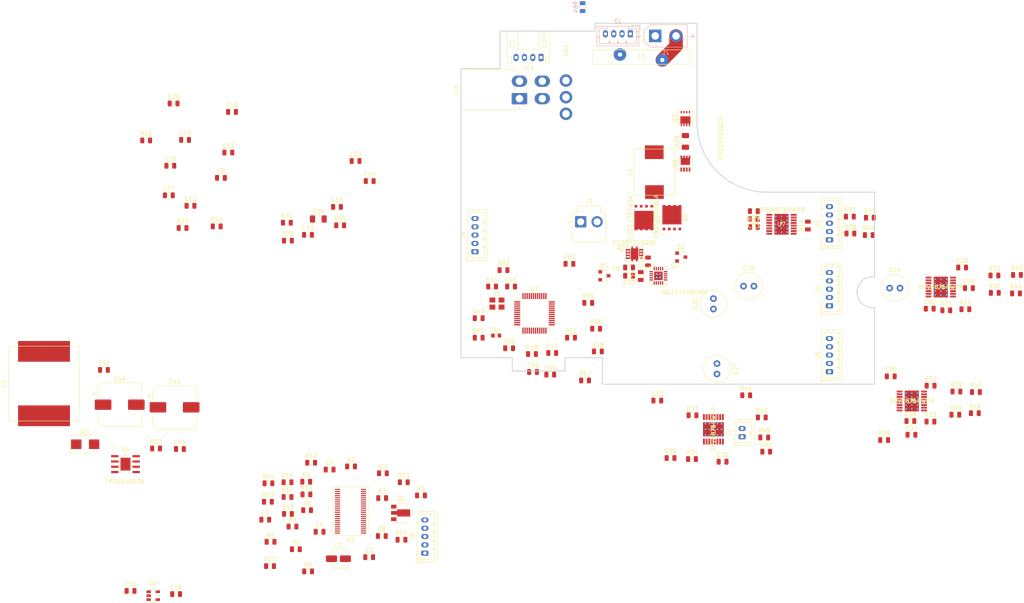
<source format=kicad_pcb>
(kicad_pcb (version 20171130) (host pcbnew 5.1.6)
  (layers (0 F.Cu signal) (31 B.Cu signal) (34 B.Paste user hide) (35 F.Paste user hide) (36 B.SilkS user) (37 F.SilkS user) (38 B.Mask user) (39 F.Mask user) (44 Edge.Cuts user))
  (net 0 "")
  (net 1 "Net-(C1-Pad1)")
  (net 2 GND)
  (net 3 "Net-(C2-Pad1)")
  (net 4 "Net-(C3-Pad1)")
  (net 5 "Net-(C4-Pad1)")
  (net 6 "Net-(C5-Pad1)")
  (net 7 "Net-(C6-Pad1)")
  (net 8 +5VA)
  (net 9 "Net-(C8-Pad2)")
  (net 10 "Net-(C8-Pad1)")
  (net 11 IOUT)
  (net 12 "Net-(C10-Pad1)")
  (net 13 "Net-(C11-Pad1)")
  (net 14 "Net-(C13-Pad1)")
  (net 15 REGN)
  (net 16 SRN)
  (net 17 SRP)
  (net 18 "Net-(C17-Pad2)")
  (net 19 "Net-(C17-Pad1)")
  (net 20 "Net-(C32-Pad1)")
  (net 21 "Net-(C33-Pad1)")
  (net 22 "Net-(C34-Pad1)")
  (net 23 "Net-(C35-Pad1)")
  (net 24 "Net-(C36-Pad2)")
  (net 25 "Net-(C36-Pad1)")
  (net 26 "Net-(C37-Pad2)")
  (net 27 "Net-(C37-Pad1)")
  (net 28 "Net-(C38-Pad1)")
  (net 29 "Net-(C38-Pad2)")
  (net 30 "Net-(C39-Pad2)")
  (net 31 "Net-(C39-Pad1)")
  (net 32 "Net-(C41-Pad1)")
  (net 33 "Net-(C41-Pad2)")
  (net 34 +5V)
  (net 35 PD0)
  (net 36 PD1)
  (net 37 "Net-(C45-Pad2)")
  (net 38 +3V3)
  (net 39 "Net-(D1-Pad1)")
  (net 40 VCHG)
  (net 41 "Net-(D4-Pad1)")
  (net 42 PC13)
  (net 43 +BATT)
  (net 44 "Net-(J2-Pad2)")
  (net 45 "Net-(J2-Pad3)")
  (net 46 "Net-(J2-Pad4)")
  (net 47 EncoLeft)
  (net 48 "Net-(J4-Pad2)")
  (net 49 "Net-(J4-Pad1)")
  (net 50 "Net-(J5-Pad1)")
  (net 51 "Net-(J5-Pad2)")
  (net 52 EncoRight)
  (net 53 "Net-(J6-Pad1)")
  (net 54 "Net-(J6-Pad2)")
  (net 55 EncoBrush)
  (net 56 "Net-(J7-Pad1)")
  (net 57 "Net-(J7-Pad2)")
  (net 58 IO1LTC)
  (net 59 IO3LTC)
  (net 60 IO4LTC)
  (net 61 "Net-(J9-Pad1)")
  (net 62 "Net-(J9-Pad2)")
  (net 63 "Net-(J9-Pad3)")
  (net 64 "Net-(J9-Pad4)")
  (net 65 "Net-(J10-Pad2)")
  (net 66 "Net-(Q1-Pad1)")
  (net 67 *BATDRV)
  (net 68 "Net-(Q4-Pad4)")
  (net 69 "Net-(Q5-Pad4)")
  (net 70 "Net-(R1-Pad1)")
  (net 71 "Net-(R2-Pad1)")
  (net 72 "Net-(R3-Pad1)")
  (net 73 A0LTC)
  (net 74 IPROPILeft)
  (net 75 IPROPIRight)
  (net 76 A1LTC)
  (net 77 A2LTC)
  (net 78 A3LTC)
  (net 79 "Net-(R19-Pad1)")
  (net 80 "Net-(R21-Pad1)")
  (net 81 "Net-(R22-Pad1)")
  (net 82 "Net-(R23-Pad2)")
  (net 83 "Net-(R26-Pad1)")
  (net 84 MISO)
  (net 85 IPROPIBrush)
  (net 86 IPROPISiBrush)
  (net 87 FAULTLeft)
  (net 88 "Net-(R31-Pad2)")
  (net 89 "Net-(R32-Pad2)")
  (net 90 FAULTBrush)
  (net 91 "Net-(R33-Pad2)")
  (net 92 "Net-(R34-Pad2)")
  (net 93 IMLeft)
  (net 94 IMRight)
  (net 95 IMBrush)
  (net 96 IMSiBrush)
  (net 97 PMLeft)
  (net 98 PMRight)
  (net 99 PMBrush)
  (net 100 PMSiBrush)
  (net 101 "Net-(R51-Pad2)")
  (net 102 DTEN)
  (net 103 ACOK)
  (net 104 SCL)
  (net 105 SDA)
  (net 106 "Net-(R62-Pad2)")
  (net 107 "Net-(U1-Pad1)")
  (net 108 SLEEPLeft)
  (net 109 ENLeft)
  (net 110 CS_LTC)
  (net 111 SCK)
  (net 112 MOSI)
  (net 113 ENBrush)
  (net 114 PHBrush)
  (net 115 ENSiBrush)
  (net 116 PHSiBrush)
  (net 117 SLEEPBrush)
  (net 118 PHLeft)
  (net 119 WDT)
  (net 120 ENRight)
  (net 121 PHRight)
  (net 122 "Net-(U2-Pad4)")
  (net 123 IO2LTC)
  (net 124 "Net-(U3-Pad11)")
  (net 125 "Net-(U3-Pad7)")
  (net 126 "Net-(U3-Pad5)")
  (net 127 "Net-(U3-Pad2)")
  (net 128 "Net-(U5-Pad5)")
  (net 129 VCC)
  (net 130 "Net-(J10-Pad3)")
  (net 131 "Net-(Q6-Pad4)")
  (net 132 "Net-(SW1-Pad3)")
  (net 133 "Net-(F1-Pad2)")
  (module Capacitor_SMD:C_0805_2012Metric (layer F.Cu) (at 50.8485 172.974)
    (fp_text reference C1 (at 0 -1.65) (layer F.SilkS))
    (fp_text value 10nF)
    (pad 2 smd roundrect (at 0.9375 0) (size 0.975 1.4) (layers F.Cu F.Paste F.Mask) (net 2 GND))
    (pad 1 smd roundrect (at -0.9375 0) (size 0.975 1.4) (layers F.Cu F.Paste F.Mask) (net 1 "Net-(C1-Pad1)"))
  )
  (module Capacitor_SMD:C_0805_2012Metric (layer F.Cu) (at 79.1695 161.798)
    (fp_text reference C2 (at 0 -1.65) (layer F.SilkS))
    (fp_text value 10nF)
    (pad 2 smd roundrect (at 0.9375 0) (size 0.975 1.4) (layers F.Cu F.Paste F.Mask) (net 1 "Net-(C1-Pad1)"))
    (pad 1 smd roundrect (at -0.9375 0) (size 0.975 1.4) (layers F.Cu F.Paste F.Mask) (net 3 "Net-(C2-Pad1)"))
  )
  (module Capacitor_SMD:C_0805_2012Metric (layer F.Cu) (at 75.8675 181.991)
    (fp_text reference C3 (at 0 -1.65) (layer F.SilkS))
    (fp_text value 10nF)
    (pad 2 smd roundrect (at 0.9375 0) (size 0.975 1.4) (layers F.Cu F.Paste F.Mask) (net 3 "Net-(C2-Pad1)"))
    (pad 1 smd roundrect (at -0.9375 0) (size 0.975 1.4) (layers F.Cu F.Paste F.Mask) (net 4 "Net-(C3-Pad1)"))
  )
  (module Capacitor_SMD:C_0805_2012Metric (layer F.Cu) (at 66.3425 160.909)
    (fp_text reference C4 (at 0 -1.65) (layer F.SilkS))
    (fp_text value 1uF)
    (pad 2 smd roundrect (at 0.9375 0) (size 0.975 1.4) (layers F.Cu F.Paste F.Mask) (net 2 GND))
    (pad 1 smd roundrect (at -0.9375 0) (size 0.975 1.4) (layers F.Cu F.Paste F.Mask) (net 5 "Net-(C4-Pad1)"))
  )
  (module Capacitor_SMD:C_0805_2012Metric (layer F.Cu) (at 63.9295 175.895)
    (fp_text reference C5 (at 0 -1.65) (layer F.SilkS))
    (fp_text value 1uF)
    (pad 2 smd roundrect (at 0.9375 0) (size 0.975 1.4) (layers F.Cu F.Paste F.Mask) (net 2 GND))
    (pad 1 smd roundrect (at -0.9375 0) (size 0.975 1.4) (layers F.Cu F.Paste F.Mask) (net 6 "Net-(C5-Pad1)"))
  )
  (module Capacitor_SMD:C_0805_2012Metric (layer F.Cu) (at 78.9155 176.911)
    (fp_text reference C6 (at 0 -1.65) (layer F.SilkS))
    (fp_text value 1uF)
    (pad 2 smd roundrect (at 0.9375 0) (size 0.975 1.4) (layers F.Cu F.Paste F.Mask) (net 2 GND))
    (pad 1 smd roundrect (at -0.9375 0) (size 0.975 1.4) (layers F.Cu F.Paste F.Mask) (net 7 "Net-(C6-Pad1)"))
  )
  (module Capacitor_SMD:C_Elec_4x5.4 (layer F.Cu) (at 68.477 182.372)
    (fp_text reference C7 (at 0 -3.2) (layer F.SilkS))
    (fp_text value 1uF)
    (pad 2 smd roundrect (at 1.675 0) (size 2.65 1.6) (layers F.Cu F.Paste F.Mask) (roundrect_rratio 0.15625) (net 2 GND))
    (pad 1 smd roundrect (at -1.675 0) (size 2.65 1.6) (layers F.Cu F.Paste F.Mask) (roundrect_rratio 0.15625) (net 8 +5VA))
  )
  (module Capacitor_SMD:C_0805_2012Metric (layer F.Cu) (at 138.4375 112.25)
    (fp_text reference C8 (at -3.1875 0.25) (layer F.SilkS))
    (fp_text value 0.1uF)
    (pad 2 smd roundrect (at 0.9375 0) (size 0.975 1.4) (layers F.Cu F.Paste F.Mask) (net 9 "Net-(C8-Pad2)"))
    (pad 1 smd roundrect (at -0.9375 0) (size 0.975 1.4) (layers F.Cu F.Paste F.Mask) (net 10 "Net-(C8-Pad1)"))
  )
  (module Capacitor_SMD:C_0805_2012Metric (layer F.Cu) (at 40.1805 90.678)
    (fp_text reference C9 (at 0 -1.65) (layer F.SilkS))
    (fp_text value 100pF)
    (pad 2 smd roundrect (at 0.9375 0) (size 0.975 1.4) (layers F.Cu F.Paste F.Mask) (net 2 GND))
    (pad 1 smd roundrect (at -0.9375 0) (size 0.975 1.4) (layers F.Cu F.Paste F.Mask) (net 11 IOUT))
  )
  (module Capacitor_SMD:C_0805_2012Metric (layer F.Cu) (at 31.5445 81.534)
    (fp_text reference C10 (at 0 -1.65) (layer F.SilkS))
    (fp_text value 1uF)
    (pad 2 smd roundrect (at 0.9375 0) (size 0.975 1.4) (layers F.Cu F.Paste F.Mask) (net 2 GND))
    (pad 1 smd roundrect (at -0.9375 0) (size 0.975 1.4) (layers F.Cu F.Paste F.Mask) (net 12 "Net-(C10-Pad1)"))
  )
  (module Capacitor_SMD:C_0805_2012Metric (layer F.Cu) (at 143 110.812499 90)
    (fp_text reference C11 (at 0 -1.65 90) (layer F.SilkS))
    (fp_text value 0.1uF)
    (pad 2 smd roundrect (at 0.9375 0 90) (size 0.975 1.4) (layers F.Cu F.Paste F.Mask) (net 12 "Net-(C10-Pad1)"))
    (pad 1 smd roundrect (at -0.9375 0 90) (size 0.975 1.4) (layers F.Cu F.Paste F.Mask) (net 13 "Net-(C11-Pad1)"))
  )
  (module Capacitor_SMD:C_0805_2012Metric (layer F.Cu) (at 32.8445 97.409)
    (fp_text reference C12 (at 0 -1.65) (layer F.SilkS))
    (fp_text value 1uF)
    (pad 2 smd roundrect (at 0.9375 0) (size 0.975 1.4) (layers F.Cu F.Paste F.Mask) (net 2 GND))
    (pad 1 smd roundrect (at -0.9375 0) (size 0.975 1.4) (layers F.Cu F.Paste F.Mask) (net 13 "Net-(C11-Pad1)"))
  )
  (module Capacitor_SMD:C_0805_2012Metric (layer F.Cu) (at 41.9585 84.582)
    (fp_text reference C13 (at 0 -1.65) (layer F.SilkS))
    (fp_text value 1uF)
    (pad 2 smd roundrect (at 0.9375 0) (size 0.975 1.4) (layers F.Cu F.Paste F.Mask) (net 2 GND))
    (pad 1 smd roundrect (at -0.9375 0) (size 0.975 1.4) (layers F.Cu F.Paste F.Mask) (net 14 "Net-(C13-Pad1)"))
  )
  (module Capacitor_SMD:C_0805_2012Metric (layer F.Cu) (at 75.9945 91.44)
    (fp_text reference C14 (at 0 -1.65) (layer F.SilkS))
    (fp_text value 1uF)
    (pad 2 smd roundrect (at 0.9375 0) (size 0.975 1.4) (layers F.Cu F.Paste F.Mask) (net 2 GND))
    (pad 1 smd roundrect (at -0.9375 0) (size 0.975 1.4) (layers F.Cu F.Paste F.Mask) (net 15 REGN))
  )
  (module Capacitor_SMD:C_0805_2012Metric (layer F.Cu) (at 61.1355 104.394)
    (fp_text reference C15 (at 0 -1.65) (layer F.SilkS))
    (fp_text value 0.1uF)
    (pad 2 smd roundrect (at 0.9375 0) (size 0.975 1.4) (layers F.Cu F.Paste F.Mask) (net 16 SRN))
    (pad 1 smd roundrect (at -0.9375 0) (size 0.975 1.4) (layers F.Cu F.Paste F.Mask) (net 17 SRP))
  )
  (module Capacitor_SMD:C_0805_2012Metric (layer F.Cu) (at 68.1205 97.663)
    (fp_text reference C16 (at 0 -1.65) (layer F.SilkS))
    (fp_text value 0.1uF)
    (pad 2 smd roundrect (at 0.9375 0) (size 0.975 1.4) (layers F.Cu F.Paste F.Mask) (net 2 GND))
    (pad 1 smd roundrect (at -0.9375 0) (size 0.975 1.4) (layers F.Cu F.Paste F.Mask) (net 16 SRN))
  )
  (module Capacitor_SMD:C_0805_2012Metric (layer F.Cu) (at 27.6375 94.869)
    (fp_text reference C17 (at 0 -1.65) (layer F.SilkS))
    (fp_text value 1uF)
    (pad 2 smd roundrect (at 0.9375 0) (size 0.975 1.4) (layers F.Cu F.Paste F.Mask) (net 18 "Net-(C17-Pad2)"))
    (pad 1 smd roundrect (at -0.9375 0) (size 0.975 1.4) (layers F.Cu F.Paste F.Mask) (net 19 "Net-(C17-Pad1)"))
  )
  (module Capacitor_SMD:C_0805_2012Metric (layer F.Cu) (at 27.9885 87.757)
    (fp_text reference C18 (at 0 -1.65) (layer F.SilkS))
    (fp_text value 10uF)
    (pad 2 smd roundrect (at 0.9375 0) (size 0.975 1.4) (layers F.Cu F.Paste F.Mask) (net 13 "Net-(C11-Pad1)"))
    (pad 1 smd roundrect (at -0.9375 0) (size 0.975 1.4) (layers F.Cu F.Paste F.Mask) (net 2 GND))
  )
  (module Capacitor_SMD:C_0805_2012Metric (layer F.Cu) (at 42.8475 74.803)
    (fp_text reference C19 (at 0 -1.65) (layer F.SilkS))
    (fp_text value 10uF)
    (pad 2 smd roundrect (at 0.9375 0) (size 0.975 1.4) (layers F.Cu F.Paste F.Mask) (net 13 "Net-(C11-Pad1)"))
    (pad 1 smd roundrect (at -0.9375 0) (size 0.975 1.4) (layers F.Cu F.Paste F.Mask) (net 2 GND))
  )
  (module Capacitor_SMD:C_0805_2012Metric (layer F.Cu) (at 28.7805 72.771)
    (fp_text reference C20 (at 0 -1.65) (layer F.SilkS))
    (fp_text value 10uF)
    (pad 2 smd roundrect (at 0.9375 0) (size 0.975 1.4) (layers F.Cu F.Paste F.Mask) (net 17 SRP))
    (pad 1 smd roundrect (at -0.9375 0) (size 0.975 1.4) (layers F.Cu F.Paste F.Mask) (net 2 GND))
  )
  (module Capacitor_SMD:C_0805_2012Metric (layer F.Cu) (at 39.1645 102.362)
    (fp_text reference C21 (at 0 -1.65) (layer F.SilkS))
    (fp_text value 10uF)
    (pad 2 smd roundrect (at 0.9375 0) (size 0.975 1.4) (layers F.Cu F.Paste F.Mask) (net 17 SRP))
    (pad 1 smd roundrect (at -0.9375 0) (size 0.975 1.4) (layers F.Cu F.Paste F.Mask) (net 2 GND))
  )
  (module Capacitor_SMD:C_0805_2012Metric (layer F.Cu) (at 72.5955 86.614)
    (fp_text reference C23 (at 0 -1.65) (layer F.SilkS))
    (fp_text value 1uF)
    (pad 2 smd roundrect (at 0.9375 0) (size 0.975 1.4) (layers F.Cu F.Paste F.Mask) (net 2 GND))
    (pad 1 smd roundrect (at -0.9375 0) (size 0.975 1.4) (layers F.Cu F.Paste F.Mask) (net 16 SRN))
  )
  (module Capacitor_THT:C_Radial_D6.3mm_H11.0mm_P2.50mm (layer F.Cu) (at 201.168 117.221)
    (fp_text reference C24 (at 1.25 -4.4) (layer F.SilkS))
    (fp_text value 100uF)
    (pad 2 thru_hole circle (at 2.5 0) (size 1.6 1.6) (drill 0.8) (layers *.Cu *.Mask) (net 2 GND))
    (pad 1 thru_hole circle (at 0 0) (size 1.6 1.6) (drill 0.8) (layers *.Cu *.Mask) (net 129 VCC))
  )
  (module Capacitor_THT:C_Radial_D6.3mm_H11.0mm_P2.50mm (layer F.Cu) (at 158.75 122.25 90)
    (fp_text reference C25 (at 1.25 -4.4 90) (layer F.SilkS))
    (fp_text value 100uF)
    (pad 2 thru_hole circle (at 2.5 0 90) (size 1.6 1.6) (drill 0.8) (layers *.Cu *.Mask) (net 2 GND))
    (pad 1 thru_hole circle (at 0 0 90) (size 1.6 1.6) (drill 0.8) (layers *.Cu *.Mask) (net 129 VCC))
  )
  (module Capacitor_THT:C_Radial_D6.3mm_H11.0mm_P2.50mm (layer F.Cu) (at 166 116.75)
    (fp_text reference C26 (at 1.25 -4.4) (layer F.SilkS))
    (fp_text value 100uF)
    (pad 2 thru_hole circle (at 2.5 0) (size 1.6 1.6) (drill 0.8) (layers *.Cu *.Mask) (net 2 GND))
    (pad 1 thru_hole circle (at 0 0) (size 1.6 1.6) (drill 0.8) (layers *.Cu *.Mask) (net 129 VCC))
  )
  (module Capacitor_THT:C_Radial_D6.3mm_H11.0mm_P2.50mm (layer F.Cu) (at 159.6 135.4 270)
    (fp_text reference C27 (at 1.25 -4.4 90) (layer F.SilkS))
    (fp_text value 100uF)
    (pad 2 thru_hole circle (at 2.5 0 270) (size 1.6 1.6) (drill 0.8) (layers *.Cu *.Mask) (net 2 GND))
    (pad 1 thru_hole circle (at 0 0 270) (size 1.6 1.6) (drill 0.8) (layers *.Cu *.Mask) (net 129 VCC))
  )
  (module Capacitor_SMD:C_0805_2012Metric (layer F.Cu) (at 218.6155 112.268)
    (fp_text reference C28 (at 0 -1.65) (layer F.SilkS))
    (fp_text value 0.1uF)
    (pad 2 smd roundrect (at 0.9375 0) (size 0.975 1.4) (layers F.Cu F.Paste F.Mask) (net 2 GND))
    (pad 1 smd roundrect (at -0.9375 0) (size 0.975 1.4) (layers F.Cu F.Paste F.Mask) (net 129 VCC))
  )
  (module Capacitor_SMD:C_0805_2012Metric (layer F.Cu) (at 168.4805 98.679 180)
    (fp_text reference C29 (at 0 -1.65) (layer F.SilkS))
    (fp_text value 0.1uF)
    (pad 2 smd roundrect (at 0.9375 0 180) (size 0.975 1.4) (layers F.Cu F.Paste F.Mask) (net 2 GND))
    (pad 1 smd roundrect (at -0.9375 0 180) (size 0.975 1.4) (layers F.Cu F.Paste F.Mask) (net 129 VCC))
  )
  (module Capacitor_SMD:C_0805_2012Metric (layer F.Cu) (at 201.4325 138.465)
    (fp_text reference C30 (at 0 -1.65) (layer F.SilkS))
    (fp_text value 0.1uF)
    (pad 2 smd roundrect (at 0.9375 0) (size 0.975 1.4) (layers F.Cu F.Paste F.Mask) (net 2 GND))
    (pad 1 smd roundrect (at -0.9375 0) (size 0.975 1.4) (layers F.Cu F.Paste F.Mask) (net 129 VCC))
  )
  (module Capacitor_SMD:C_0805_2012Metric (layer F.Cu) (at 153.7085 147.843)
    (fp_text reference C31 (at 0 -1.65) (layer F.SilkS))
    (fp_text value 0.1uF)
    (pad 2 smd roundrect (at 0.9375 0) (size 0.975 1.4) (layers F.Cu F.Paste F.Mask) (net 2 GND))
    (pad 1 smd roundrect (at -0.9375 0) (size 0.975 1.4) (layers F.Cu F.Paste F.Mask) (net 129 VCC))
  )
  (module Capacitor_SMD:C_0805_2012Metric (layer F.Cu) (at 210.82 122.174)
    (fp_text reference C32 (at 0 -1.65) (layer F.SilkS))
    (fp_text value 0.1uF)
    (pad 2 smd roundrect (at 0.9375 0) (size 0.975 1.4) (layers F.Cu F.Paste F.Mask) (net 129 VCC))
    (pad 1 smd roundrect (at -0.9375 0) (size 0.975 1.4) (layers F.Cu F.Paste F.Mask) (net 20 "Net-(C32-Pad1)"))
  )
  (module Capacitor_SMD:C_0805_2012Metric (layer F.Cu) (at 168.4505 100.584 180)
    (fp_text reference C33 (at 0 -1.65) (layer F.SilkS))
    (fp_text value 0.1uF)
    (pad 2 smd roundrect (at 0.9375 0 180) (size 0.975 1.4) (layers F.Cu F.Paste F.Mask) (net 129 VCC))
    (pad 1 smd roundrect (at -0.9375 0 180) (size 0.975 1.4) (layers F.Cu F.Paste F.Mask) (net 21 "Net-(C33-Pad1)"))
  )
  (module Capacitor_SMD:C_0805_2012Metric (layer F.Cu) (at 206.4235 152.527)
    (fp_text reference C34 (at 0 -1.65) (layer F.SilkS))
    (fp_text value 0.1uF)
    (pad 2 smd roundrect (at 0.9375 0) (size 0.975 1.4) (layers F.Cu F.Paste F.Mask) (net 129 VCC))
    (pad 1 smd roundrect (at -0.9375 0) (size 0.975 1.4) (layers F.Cu F.Paste F.Mask) (net 22 "Net-(C34-Pad1)"))
  )
  (module Capacitor_SMD:C_0805_2012Metric (layer F.Cu) (at 145.2375 144.3)
    (fp_text reference C35 (at 0 -1.65) (layer F.SilkS))
    (fp_text value 0.1uF)
    (pad 2 smd roundrect (at 0.9375 0) (size 0.975 1.4) (layers F.Cu F.Paste F.Mask) (net 129 VCC))
    (pad 1 smd roundrect (at -0.9375 0) (size 0.975 1.4) (layers F.Cu F.Paste F.Mask) (net 23 "Net-(C35-Pad1)"))
  )
  (module Capacitor_SMD:C_0805_2012Metric (layer F.Cu) (at 220.2665 117.221)
    (fp_text reference C36 (at 0 -1.65) (layer F.SilkS))
    (fp_text value 0.022uF)
    (pad 2 smd roundrect (at 0.9375 0) (size 0.975 1.4) (layers F.Cu F.Paste F.Mask) (net 24 "Net-(C36-Pad2)"))
    (pad 1 smd roundrect (at -0.9375 0) (size 0.975 1.4) (layers F.Cu F.Paste F.Mask) (net 25 "Net-(C36-Pad1)"))
  )
  (module Capacitor_SMD:C_0805_2012Metric (layer F.Cu) (at 168.4805 102.489)
    (fp_text reference C37 (at 0 -1.65) (layer F.SilkS))
    (fp_text value 0.022uF)
    (pad 2 smd roundrect (at 0.9375 0) (size 0.975 1.4) (layers F.Cu F.Paste F.Mask) (net 26 "Net-(C37-Pad2)"))
    (pad 1 smd roundrect (at -0.9375 0) (size 0.975 1.4) (layers F.Cu F.Paste F.Mask) (net 27 "Net-(C37-Pad1)"))
  )
  (module Capacitor_SMD:C_0805_2012Metric (layer F.Cu) (at 206.1695 149.225)
    (fp_text reference C38 (at 0 -1.65) (layer F.SilkS))
    (fp_text value 0.022uF)
    (pad 2 smd roundrect (at 0.9375 0) (size 0.975 1.4) (layers F.Cu F.Paste F.Mask) (net 29 "Net-(C38-Pad2)"))
    (pad 1 smd roundrect (at -0.9375 0) (size 0.975 1.4) (layers F.Cu F.Paste F.Mask) (net 28 "Net-(C38-Pad1)"))
  )
  (module Capacitor_SMD:C_0805_2012Metric (layer F.Cu) (at 160.9475 159.019)
    (fp_text reference C39 (at 0 -1.65) (layer F.SilkS))
    (fp_text value 0.022uF)
    (pad 2 smd roundrect (at 0.9375 0) (size 0.975 1.4) (layers F.Cu F.Paste F.Mask) (net 30 "Net-(C39-Pad2)"))
    (pad 1 smd roundrect (at -0.9375 0) (size 0.975 1.4) (layers F.Cu F.Paste F.Mask) (net 31 "Net-(C39-Pad1)"))
  )
  (module Capacitor_SMD:CP_Elec_10x10 (layer F.Cu) (at 15.811 145.288)
    (fp_text reference C40 (at 0 -6.2) (layer F.SilkS))
    (fp_text value 82uF)
    (pad 2 smd roundrect (at 4 0) (size 4 2.5) (layers F.Cu F.Paste F.Mask) (roundrect_rratio 0.1) (net 2 GND))
    (pad 1 smd roundrect (at -4 0) (size 4 2.5) (layers F.Cu F.Paste F.Mask) (roundrect_rratio 0.1) (net 129 VCC))
  )
  (module Capacitor_SMD:C_0805_2012Metric (layer F.Cu) (at 30.3045 155.956)
    (fp_text reference C41 (at 0 -1.65) (layer F.SilkS))
    (fp_text value 10nF)
    (pad 2 smd roundrect (at 0.9375 0) (size 0.975 1.4) (layers F.Cu F.Paste F.Mask) (net 33 "Net-(C41-Pad2)"))
    (pad 1 smd roundrect (at -0.9375 0) (size 0.975 1.4) (layers F.Cu F.Paste F.Mask) (net 32 "Net-(C41-Pad1)"))
  )
  (module Capacitor_SMD:CP_Elec_10x10 (layer F.Cu) (at 29.019 145.923)
    (fp_text reference C42 (at 0 -6.2) (layer F.SilkS))
    (fp_text value 390F)
    (pad 2 smd roundrect (at 4 0) (size 4 2.5) (layers F.Cu F.Paste F.Mask) (roundrect_rratio 0.1) (net 2 GND))
    (pad 1 smd roundrect (at -4 0) (size 4 2.5) (layers F.Cu F.Paste F.Mask) (roundrect_rratio 0.1) (net 34 +5V))
  )
  (module Capacitor_SMD:C_0805_2012Metric (layer F.Cu) (at 102.235 124.46)
    (fp_text reference C43 (at 0 -1.65) (layer F.SilkS))
    (fp_text value 20pF)
    (pad 2 smd roundrect (at 0.9375 0) (size 0.975 1.4) (layers F.Cu F.Paste F.Mask) (net 35 PD0))
    (pad 1 smd roundrect (at -0.9375 0) (size 0.975 1.4) (layers F.Cu F.Paste F.Mask) (net 2 GND))
  )
  (module Capacitor_SMD:C_0805_2012Metric (layer F.Cu) (at 105.4585 116.84)
    (fp_text reference C44 (at 0 -1.65) (layer F.SilkS))
    (fp_text value 20pF)
    (pad 2 smd roundrect (at 0.9375 0) (size 0.975 1.4) (layers F.Cu F.Paste F.Mask) (net 36 PD1))
    (pad 1 smd roundrect (at -0.9375 0) (size 0.975 1.4) (layers F.Cu F.Paste F.Mask) (net 2 GND))
  )
  (module Capacitor_SMD:C_0805_2012Metric (layer F.Cu) (at 110.0305 116.84)
    (fp_text reference C45 (at 0 -1.65) (layer F.SilkS))
    (fp_text value 100nF)
    (pad 2 smd roundrect (at 0.9375 0) (size 0.975 1.4) (layers F.Cu F.Paste F.Mask) (net 37 "Net-(C45-Pad2)"))
    (pad 1 smd roundrect (at -0.9375 0) (size 0.975 1.4) (layers F.Cu F.Paste F.Mask) (net 2 GND))
  )
  (module Capacitor_SMD:C_0805_2012Metric (layer F.Cu) (at 29.3855 190.881)
    (fp_text reference C46 (at 0 -1.65) (layer F.SilkS))
    (fp_text value 1uF)
    (pad 2 smd roundrect (at 0.9375 0) (size 0.975 1.4) (layers F.Cu F.Paste F.Mask) (net 2 GND))
    (pad 1 smd roundrect (at -0.9375 0) (size 0.975 1.4) (layers F.Cu F.Paste F.Mask) (net 34 +5V))
  )
  (module Capacitor_SMD:C_0805_2012Metric (layer F.Cu) (at 119.9365 132.842)
    (fp_text reference C47 (at 0 -1.65) (layer F.SilkS))
    (fp_text value 100nF)
    (pad 2 smd roundrect (at 0.9375 0) (size 0.975 1.4) (layers F.Cu F.Paste F.Mask) (net 2 GND))
    (pad 1 smd roundrect (at -0.9375 0) (size 0.975 1.4) (layers F.Cu F.Paste F.Mask) (net 38 +3V3))
  )
  (module Capacitor_SMD:C_0805_2012Metric (layer F.Cu) (at 115.062 133.096)
    (fp_text reference C48 (at 0 -1.65) (layer F.SilkS))
    (fp_text value 100nF)
    (pad 2 smd roundrect (at 0.9375 0) (size 0.975 1.4) (layers F.Cu F.Paste F.Mask) (net 2 GND))
    (pad 1 smd roundrect (at -0.9375 0) (size 0.975 1.4) (layers F.Cu F.Paste F.Mask) (net 38 +3V3))
  )
  (module Capacitor_SMD:C_0805_2012Metric (layer F.Cu) (at 119.4585 138.049)
    (fp_text reference C49 (at 0 -1.65) (layer F.SilkS))
    (fp_text value 100nF)
    (pad 2 smd roundrect (at 0.9375 0) (size 0.975 1.4) (layers F.Cu F.Paste F.Mask) (net 2 GND))
    (pad 1 smd roundrect (at -0.9375 0) (size 0.975 1.4) (layers F.Cu F.Paste F.Mask) (net 38 +3V3))
  )
  (module Capacitor_SMD:C_0805_2012Metric (layer F.Cu) (at 115.316 137.414)
    (fp_text reference C50 (at 0 -1.65) (layer F.SilkS))
    (fp_text value 100nF)
    (pad 2 smd roundrect (at 0.9375 0) (size 0.975 1.4) (layers F.Cu F.Paste F.Mask) (net 2 GND))
    (pad 1 smd roundrect (at -0.9375 0) (size 0.975 1.4) (layers F.Cu F.Paste F.Mask) (net 38 +3V3))
  )
  (module Capacitor_SMD:C_0805_2012Metric (layer F.Cu) (at 18.415 190.119)
    (fp_text reference C51 (at 0 -1.65) (layer F.SilkS))
    (fp_text value 1uF)
    (pad 2 smd roundrect (at 0.9375 0) (size 0.975 1.4) (layers F.Cu F.Paste F.Mask) (net 2 GND))
    (pad 1 smd roundrect (at -0.9375 0) (size 0.975 1.4) (layers F.Cu F.Paste F.Mask) (net 38 +3V3))
  )
  (module Diode_SMD:D_SOT-23_ANK (layer F.Cu) (at 132.5 114.25)
    (fp_text reference D1 (at 0 -2.5) (layer F.SilkS))
    (fp_text value BAT54)
    (pad 1 smd rect (at 1 0) (size 0.9 0.8) (layers F.Cu F.Paste F.Mask) (net 39 "Net-(D1-Pad1)"))
    (pad "" smd rect (at -1 0.95) (size 0.9 0.8) (layers F.Cu F.Paste F.Mask))
    (pad 2 smd rect (at -1 -0.95) (size 0.9 0.8) (layers F.Cu F.Paste F.Mask) (net 40 VCHG))
  )
  (module Diode_SMD:D_SOT-23_ANK (layer F.Cu) (at 151 109.75)
    (fp_text reference D2 (at 0 -2.5) (layer F.SilkS))
    (fp_text value BAT54)
    (pad 1 smd rect (at 1 0) (size 0.9 0.8) (layers F.Cu F.Paste F.Mask) (net 18 "Net-(C17-Pad2)"))
    (pad "" smd rect (at -1 0.95) (size 0.9 0.8) (layers F.Cu F.Paste F.Mask))
    (pad 2 smd rect (at -1 -0.95) (size 0.9 0.8) (layers F.Cu F.Paste F.Mask) (net 15 REGN))
  )
  (module Diode_SMD:D_SMB (layer F.Cu) (at 7.502 154.813)
    (fp_text reference D3 (at 0 -3) (layer F.SilkS))
    (fp_text value BAT54)
    (pad 2 smd rect (at 2.15 0) (size 2.5 2.3) (layers F.Cu F.Paste F.Mask) (net 2 GND))
    (pad 1 smd rect (at -2.15 0) (size 2.5 2.3) (layers F.Cu F.Paste F.Mask) (net 33 "Net-(C41-Pad2)"))
  )
  (module LED_SMD:LED_0603_1608Metric (layer F.Cu) (at 106.4515 128.651)
    (fp_text reference D4 (at 0 -1.43) (layer F.SilkS))
    (fp_text value LED)
    (pad 2 smd roundrect (at 0.7875 0) (size 0.875 0.95) (layers F.Cu F.Paste F.Mask) (net 42 PC13))
    (pad 1 smd roundrect (at -0.7875 0) (size 0.875 0.95) (layers F.Cu F.Paste F.Mask) (net 41 "Net-(D4-Pad1)"))
  )
  (module Connector_JST:JST_VH_B2P-VH_1x02_P3.96mm_Vertical (layer F.Cu) (at 126.79 101.25)
    (fp_text reference J3 (at 1.98 -4.9) (layer F.SilkS))
    (fp_text value Charger_Con)
    (pad 2 thru_hole circle (at 3.96 0) (size 2.7 2.7) (drill 1.7) (layers *.Cu *.Mask) (net 40 VCHG))
    (pad 1 thru_hole roundrect (at 0 0) (size 2.7 2.7) (drill 1.7) (layers *.Cu *.Mask) (roundrect_rratio 0.09259299999999999) (net 2 GND))
  )
  (module Connector_Molex:Molex_Mini-Fit_Jr_5569-04A2_2x02_P4.20mm_Horizontal (layer F.Cu) (at 112.05 71.6 90)
    (fp_text reference J11 (at 2.1 -15.1 90) (layer F.SilkS))
    (fp_text value Main_Power)
    (pad "" np_thru_hole circle (at 2.1 -7.3 90) (size 3 3) (drill 3) (layers *.Cu *.Mask))
    (pad 4 thru_hole oval (at 4.2 5.5 90) (size 2.7 3.7) (drill 1.8) (layers *.Cu *.Mask) (net 129 VCC))
    (pad 3 thru_hole oval (at 0 5.5 90) (size 2.7 3.7) (drill 1.8) (layers *.Cu *.Mask) (net 34 +5V))
    (pad 2 thru_hole oval (at 4.2 0 90) (size 2.7 3.7) (drill 1.8) (layers *.Cu *.Mask) (net 2 GND))
    (pad 1 thru_hole roundrect (at 0 0 90) (size 2.7 3.7) (drill 1.8) (layers *.Cu *.Mask) (roundrect_rratio 0.09259299999999999) (net 2 GND))
  )
  (module HCM1104-3R3:HCM1104-3R3 (layer F.Cu) (at 144.55 89.3 270)
    (fp_text reference L1 (at 0 6 90) (layer F.SilkS))
    (fp_text value HCM1104-3R3)
    (pad 2 smd rect (at 4.8 0 270) (size 3.3 4.5) (layers F.Cu F.Paste F.Mask) (net 19 "Net-(C17-Pad1)"))
    (pad 1 smd rect (at -4.8 0.05 270) (size 3.3 4.5) (layers F.Cu F.Paste F.Mask) (net 17 SRP))
  )
  (module BCIHP1770HC:BCIHP1770HC (layer F.Cu) (at -2.413 140.205 270)
    (fp_text reference L2 (at 0 9.75 90) (layer F.SilkS))
    (fp_text value 10uH)
    (pad 2 smd rect (at 7.75 0 270) (size 5 12.5) (layers F.Cu F.Paste F.Mask) (net 33 "Net-(C41-Pad2)"))
    (pad 1 smd rect (at -7.75 0 270) (size 5 12.5) (layers F.Cu F.Paste F.Mask) (net 34 +5V))
  )
  (module Package_TO_SOT_SMD:SOT-89-3 (layer F.Cu) (at 83.438 171.347)
    (fp_text reference Q1 (at 0.3 -3.5) (layer F.SilkS))
    (fp_text value FCX491)
    (pad 2 smd custom (at -1.5625 0) (size 1.475 0.9) (layers F.Cu F.Paste F.Mask) (net 43 +BATT) (options (clearance outline) (anchor rect)) (primitives (gr_poly (pts (xy 0.7375 -0.8665) (xy 3.8625 -0.8665) (xy 3.8625 0.8665) (xy 0.7375 0.8665)) (width 0))))
    (pad 3 smd rect (at -1.65 1.5) (size 1.3 0.9) (layers F.Cu F.Paste F.Mask) (net 8 +5VA))
    (pad 1 smd rect (at -1.65 -1.5) (size 1.3 0.9) (layers F.Cu F.Paste F.Mask) (net 66 "Net-(Q1-Pad1)"))
  )
  (module CSD87312Q3E:CSD87312Q3E (layer F.Cu) (at 139.75 109)
    (fp_text reference Q2 (at -3.25 -1.5) (layer F.SilkS))
    (fp_text value CSD87312Q3E (at 0 -2.75) (layer F.SilkS))
    (fp_line (start -2.0066 -1.127399) (end -2.0064 1.1276) (layer F.Cu) (width 0.1524))
    (fp_line (start -1.1938 -1.127399) (end -2.0066 -1.127399) (layer F.Cu) (width 0.1524))
    (fp_line (start -1.1936 1.1276) (end -1.1938 -1.127399) (layer F.Cu) (width 0.1524))
    (fp_line (start -2.0064 1.1276) (end -1.1936 1.1276) (layer F.Cu) (width 0.1524))
    (fp_line (start 1.1936 -1.1271) (end 2.0066 -1.127399) (layer F.Cu) (width 0.1524))
    (fp_line (start 1.1938 0.477401) (end 1.1936 -1.1271) (layer F.Cu) (width 0.1524))
    (fp_line (start 2.0066 0.477401) (end 1.1938 0.477401) (layer F.Cu) (width 0.1524))
    (fp_line (start 2.0066 -1.127399) (end 2.0066 0.477401) (layer F.Cu) (width 0.1524))
    (fp_line (start 0.4191 1.3716) (end 0.6731 1.3716) (layer F.Cu) (width 0.1524))
    (fp_line (start 0.4191 1.7018) (end 0.4191 1.3716) (layer F.Cu) (width 0.1524))
    (fp_line (start 0.6731 1.7018) (end 0.4191 1.7018) (layer F.Cu) (width 0.1524))
    (fp_line (start 0.6731 1.3716) (end 0.6731 1.7018) (layer F.Cu) (width 0.1524))
    (fp_line (start -0.4191 1.3716) (end -0.6731 1.3716) (layer F.Cu) (width 0.1524))
    (fp_line (start -0.4191 1.7018) (end -0.4191 1.3716) (layer F.Cu) (width 0.1524))
    (fp_line (start -0.6731 1.7018) (end -0.4191 1.7018) (layer F.Cu) (width 0.1524))
    (fp_line (start -0.6731 1.3716) (end -0.6731 1.7018) (layer F.Cu) (width 0.1524))
    (fp_line (start 0.4191 -1.3716) (end 0.6731 -1.3716) (layer F.Cu) (width 0.1524))
    (fp_line (start 0.4191 -1.7018) (end 0.4191 -1.3716) (layer F.Cu) (width 0.1524))
    (fp_line (start 0.6731 -1.7018) (end 0.4191 -1.7018) (layer F.Cu) (width 0.1524))
    (fp_line (start 0.6731 -1.3716) (end 0.6731 -1.7018) (layer F.Cu) (width 0.1524))
    (fp_line (start -0.4191 -1.3716) (end -0.6731 -1.3716) (layer F.Cu) (width 0.1524))
    (fp_line (start -0.4191 -1.7018) (end -0.4191 -1.3716) (layer F.Cu) (width 0.1524))
    (fp_line (start -0.6731 -1.7018) (end -0.4191 -1.7018) (layer F.Cu) (width 0.1524))
    (fp_line (start -0.6731 -1.3716) (end -0.6731 -1.7018) (layer F.Cu) (width 0.1524))
    (fp_text user * (at -3 -0.25) (layer F.SilkS))
    (pad 1 smd rect (at -1.6002 -0.974999) (size 0.8128 0.3048) (layers F.Cu F.Paste F.Mask) (net 40 VCHG))
    (pad 2 smd rect (at -1.6002 -0.325001) (size 0.8128 0.3048) (layers F.Cu F.Paste F.Mask) (net 40 VCHG))
    (pad 3 smd rect (at -1.6002 0.325001) (size 0.8128 0.3048) (layers F.Cu F.Paste F.Mask) (net 40 VCHG))
    (pad 4 smd rect (at -1.6002 0.974999) (size 0.8128 0.3048) (layers F.Cu F.Paste F.Mask) (net 40 VCHG))
    (pad 5 smd rect (at 1.6002 0.974999) (size 0.8128 0.3048) (layers F.Cu F.Paste F.Mask) (net 9 "Net-(C8-Pad2)"))
    (pad 6 smd rect (at 1.6002 0.325001) (size 0.8128 0.3048) (layers F.Cu F.Paste F.Mask) (net 12 "Net-(C10-Pad1)"))
    (pad 7 smd rect (at 1.6002 -0.325001) (size 0.8128 0.3048) (layers F.Cu F.Paste F.Mask) (net 12 "Net-(C10-Pad1)"))
    (pad 8 smd rect (at 1.6002 -0.974999) (size 0.8128 0.3048) (layers F.Cu F.Paste F.Mask) (net 12 "Net-(C10-Pad1)"))
    (pad 9 smd rect (at 0 0) (size 1.8542 2.7432) (layers F.Cu F.Paste F.Mask) (net 10 "Net-(C8-Pad1)"))
  )
  (module CSD25402Q3A:CSD25402Q3A (layer F.Cu) (at 152 76.3944 270)
    (fp_text reference Q3 (at 0 2.5 90) (layer F.SilkS))
    (fp_text value CSD25402Q3A (at 4.75 -8.5 90) (layer F.SilkS))
    (pad 1 smd rect (at -1.5494 -0.974999 270) (size 0.6096 0.3048) (layers F.Cu F.Paste F.Mask) (net 43 +BATT))
    (pad 2 smd rect (at -1.5494 -0.325001 270) (size 0.6096 0.3048) (layers F.Cu F.Paste F.Mask) (net 43 +BATT))
    (pad 3 smd rect (at -1.5494 0.325001 270) (size 0.6096 0.3048) (layers F.Cu F.Paste F.Mask) (net 43 +BATT))
    (pad 4 smd rect (at -1.5494 0.974999 270) (size 0.6096 0.3048) (layers F.Cu F.Paste F.Mask) (net 67 *BATDRV))
    (pad 5 smd rect (at 1.5494 0.974999 270) (size 0.6096 0.3048) (layers F.Cu F.Paste F.Mask) (net 16 SRN))
    (pad 6 smd rect (at 1.5494 0.325001 270) (size 0.6096 0.3048) (layers F.Cu F.Paste F.Mask) (net 16 SRN))
    (pad 7 smd rect (at 1.5494 -0.325001 270) (size 0.6096 0.3048) (layers F.Cu F.Paste F.Mask) (net 16 SRN))
    (pad 8 smd rect (at 1.5494 -0.974999 270) (size 0.6096 0.3048) (layers F.Cu F.Paste F.Mask) (net 16 SRN))
    (pad 9 smd rect (at 0.3556 0 270) (size 1.778 2.4384) (layers F.Cu F.Paste F.Mask) (net 16 SRN))
  )
  (module CSD17307Q5A:CSD17307Q5A (layer F.Cu) (at 148.75 100.25 90)
    (fp_text reference Q4 (at 0 3.25 90) (layer F.SilkS))
    (fp_text value CSD17307Q5A (at 0.25 -3.75 90) (layer F.SilkS))
    (fp_line (start 2.745201 -2.229999) (end -1.545199 -2.229999) (layer F.Cu) (width 0.1524))
    (fp_line (start -1.545199 -2.229999) (end -1.545199 0) (layer F.Cu) (width 0.1524))
    (fp_line (start -1.545199 0) (end 2.745201 0) (layer F.Cu) (width 0.1524))
    (fp_line (start 2.745201 0) (end 2.745201 -2.229999) (layer F.Cu) (width 0.1524))
    (fp_line (start 2.745201 2.229999) (end -1.545199 2.229999) (layer F.Cu) (width 0.1524))
    (fp_line (start -1.545199 2.229999) (end -1.545199 0) (layer F.Cu) (width 0.1524))
    (fp_line (start -1.545199 0) (end 2.745201 0) (layer F.Cu) (width 0.1524))
    (fp_line (start 2.745201 0) (end 2.745201 2.229999) (layer F.Cu) (width 0.1524))
    (fp_poly (pts (xy 2.7 2.2) (xy -1.5 2.2) (xy -1.5 -2.2) (xy 2.7 -2.2)) (layer F.Cu) (width 0.1))
    (fp_text user * (at -4 -1.75 90) (layer F.SilkS))
    (pad 1 smd rect (at -2.735072 -1.905 90) (size 0.63 0.65) (layers F.Cu F.Paste F.Mask) (net 2 GND))
    (pad 2 smd rect (at -2.735072 -0.635 90) (size 0.63 0.65) (layers F.Cu F.Paste F.Mask) (net 2 GND))
    (pad 3 smd rect (at -2.735072 0.635 90) (size 0.63 0.65) (layers F.Cu F.Paste F.Mask) (net 2 GND))
    (pad 4 smd rect (at -2.735072 1.905 90) (size 0.63 0.65) (layers F.Cu F.Paste F.Mask) (net 68 "Net-(Q4-Pad4)"))
    (pad 5 smd rect (at 2.735072 1.905 90) (size 0.63 0.65) (layers F.Cu F.Paste F.Mask) (net 19 "Net-(C17-Pad1)"))
    (pad 6 smd rect (at 2.735072 0.635 90) (size 0.63 0.65) (layers F.Cu F.Paste F.Mask) (net 19 "Net-(C17-Pad1)"))
    (pad 7 smd rect (at 2.735072 -0.635 90) (size 0.63 0.65) (layers F.Cu F.Paste F.Mask) (net 19 "Net-(C17-Pad1)"))
    (pad 8 smd rect (at 2.735072 -1.905 90) (size 0.63 0.65) (layers F.Cu F.Paste F.Mask) (net 19 "Net-(C17-Pad1)"))
  )
  (module CSD17307Q5A:CSD17307Q5A (layer F.Cu) (at 142 100.25 270)
    (fp_text reference Q5 (at 0.463 -3.397 90) (layer F.SilkS))
    (fp_text value CSD17307Q5A (at 0 3.25 90) (layer F.SilkS))
    (fp_line (start 2.745201 -2.229999) (end -1.545199 -2.229999) (layer F.Cu) (width 0.1524))
    (fp_line (start -1.545199 -2.229999) (end -1.545199 0) (layer F.Cu) (width 0.1524))
    (fp_line (start -1.545199 0) (end 2.745201 0) (layer F.Cu) (width 0.1524))
    (fp_line (start 2.745201 0) (end 2.745201 -2.229999) (layer F.Cu) (width 0.1524))
    (fp_line (start 2.745201 2.229999) (end -1.545199 2.229999) (layer F.Cu) (width 0.1524))
    (fp_line (start -1.545199 2.229999) (end -1.545199 0) (layer F.Cu) (width 0.1524))
    (fp_line (start -1.545199 0) (end 2.745201 0) (layer F.Cu) (width 0.1524))
    (fp_line (start 2.745201 0) (end 2.745201 2.229999) (layer F.Cu) (width 0.1524))
    (fp_poly (pts (xy 2.7 2.2) (xy -1.5 2.2) (xy -1.5 -2.2) (xy 2.7 -2.2)) (layer F.Cu) (width 0.1))
    (pad 1 smd rect (at -2.735072 -1.905 270) (size 0.63 0.65) (layers F.Cu F.Paste F.Mask) (net 19 "Net-(C17-Pad1)"))
    (pad 2 smd rect (at -2.735072 -0.635 270) (size 0.63 0.65) (layers F.Cu F.Paste F.Mask) (net 19 "Net-(C17-Pad1)"))
    (pad 3 smd rect (at -2.735072 0.635 270) (size 0.63 0.65) (layers F.Cu F.Paste F.Mask) (net 19 "Net-(C17-Pad1)"))
    (pad 4 smd rect (at -2.735072 1.905 270) (size 0.63 0.65) (layers F.Cu F.Paste F.Mask) (net 69 "Net-(Q5-Pad4)"))
    (pad 5 smd rect (at 2.735072 1.905 270) (size 0.63 0.65) (layers F.Cu F.Paste F.Mask) (net 13 "Net-(C11-Pad1)"))
    (pad 6 smd rect (at 2.735072 0.635 270) (size 0.63 0.65) (layers F.Cu F.Paste F.Mask) (net 13 "Net-(C11-Pad1)"))
    (pad 7 smd rect (at 2.735072 -0.635 270) (size 0.63 0.65) (layers F.Cu F.Paste F.Mask) (net 13 "Net-(C11-Pad1)"))
    (pad 8 smd rect (at 2.735072 -1.905 270) (size 0.63 0.65) (layers F.Cu F.Paste F.Mask) (net 13 "Net-(C11-Pad1)"))
  )
  (module Resistor_SMD:R_0805_2012Metric (layer F.Cu) (at 58.2145 180.086)
    (fp_text reference R1 (at 0 -1.65) (layer F.SilkS))
    (fp_text value "52.3 1%")
    (pad 2 smd roundrect (at 0.9375 0) (size 0.975 1.4) (layers F.Cu F.Paste F.Mask) (net 44 "Net-(J2-Pad2)"))
    (pad 1 smd roundrect (at -0.9375 0) (size 0.975 1.4) (layers F.Cu F.Paste F.Mask) (net 70 "Net-(R1-Pad1)"))
  )
  (module Resistor_SMD:R_0805_2012Metric (layer F.Cu) (at 71.501 160.147)
    (fp_text reference R2 (at 0 -1.65) (layer F.SilkS))
    (fp_text value "52.3 1%")
    (pad 2 smd roundrect (at 0.9375 0) (size 0.975 1.4) (layers F.Cu F.Paste F.Mask) (net 45 "Net-(J2-Pad3)"))
    (pad 1 smd roundrect (at -0.9375 0) (size 0.975 1.4) (layers F.Cu F.Paste F.Mask) (net 71 "Net-(R2-Pad1)"))
  )
  (module Resistor_SMD:R_0805_2012Metric (layer F.Cu) (at 88.3435 167.132)
    (fp_text reference R3 (at 0 -1.65) (layer F.SilkS))
    (fp_text value "52.3 1%")
    (pad 2 smd roundrect (at 0.9375 0) (size 0.975 1.4) (layers F.Cu F.Paste F.Mask) (net 46 "Net-(J2-Pad4)"))
    (pad 1 smd roundrect (at -0.9375 0) (size 0.975 1.4) (layers F.Cu F.Paste F.Mask) (net 72 "Net-(R3-Pad1)"))
  )
  (module Resistor_SMD:R_0805_2012Metric (layer F.Cu) (at 52.1185 178.308)
    (fp_text reference R4 (at 0 -1.65) (layer F.SilkS))
    (fp_text value "100 1%")
    (pad 2 smd roundrect (at 0.9375 0) (size 0.975 1.4) (layers F.Cu F.Paste F.Mask) (net 44 "Net-(J2-Pad2)"))
    (pad 1 smd roundrect (at -0.9375 0) (size 0.975 1.4) (layers F.Cu F.Paste F.Mask) (net 1 "Net-(C1-Pad1)"))
  )
  (module Resistor_SMD:R_0805_2012Metric (layer F.Cu) (at 57.404 174.625)
    (fp_text reference R5 (at 0 -1.65) (layer F.SilkS))
    (fp_text value "100 1%")
    (pad 2 smd roundrect (at 0.9375 0) (size 0.975 1.4) (layers F.Cu F.Paste F.Mask) (net 45 "Net-(J2-Pad3)"))
    (pad 1 smd roundrect (at -0.9375 0) (size 0.975 1.4) (layers F.Cu F.Paste F.Mask) (net 3 "Net-(C2-Pad1)"))
  )
  (module Resistor_SMD:R_0805_2012Metric (layer F.Cu) (at 61.1655 185.42)
    (fp_text reference R6 (at 0 -1.65) (layer F.SilkS))
    (fp_text value "100 1%")
    (pad 2 smd roundrect (at 0.9375 0) (size 0.975 1.4) (layers F.Cu F.Paste F.Mask) (net 46 "Net-(J2-Pad4)"))
    (pad 1 smd roundrect (at -0.9375 0) (size 0.975 1.4) (layers F.Cu F.Paste F.Mask) (net 4 "Net-(C3-Pad1)"))
  )
  (module Resistor_SMD:R_0805_2012Metric (layer F.Cu) (at 78.994 167.767)
    (fp_text reference R7 (at 0 -1.65) (layer F.SilkS))
    (fp_text value 100)
    (pad 2 smd roundrect (at 0.9375 0) (size 0.975 1.4) (layers F.Cu F.Paste F.Mask) (net 43 +BATT))
    (pad 1 smd roundrect (at -0.9375 0) (size 0.975 1.4) (layers F.Cu F.Paste F.Mask) (net 5 "Net-(C4-Pad1)"))
  )
  (module Resistor_SMD:R_0805_2012Metric (layer F.Cu) (at 60.9115 170.688)
    (fp_text reference R8 (at 0 -1.65) (layer F.SilkS))
    (fp_text value 0)
    (pad 2 smd roundrect (at 0.9375 0) (size 0.975 1.4) (layers F.Cu F.Paste F.Mask) (net 8 +5VA))
    (pad 1 smd roundrect (at -0.9375 0) (size 0.975 1.4) (layers F.Cu F.Paste F.Mask) (net 73 A0LTC))
  )
  (module Resistor_SMD:R_0805_2012Metric (layer F.Cu) (at 60.706 163.83)
    (fp_text reference R9 (at 0 -1.65) (layer F.SilkS))
    (fp_text value 0)
    (pad 2 smd roundrect (at 0.9375 0) (size 0.975 1.4) (layers F.Cu F.Paste F.Mask) (net 73 A0LTC))
    (pad 1 smd roundrect (at -0.9375 0) (size 0.975 1.4) (layers F.Cu F.Paste F.Mask) (net 2 GND))
  )
  (module Resistor_SMD:R_0805_2012Metric (layer F.Cu) (at 219.4075 122.301)
    (fp_text reference R10 (at 0 -1.65) (layer F.SilkS))
    (fp_text value "1.32k 1%")
    (pad 2 smd roundrect (at 0.9375 0) (size 0.975 1.4) (layers F.Cu F.Paste F.Mask) (net 74 IPROPILeft))
    (pad 1 smd roundrect (at -0.9375 0) (size 0.975 1.4) (layers F.Cu F.Paste F.Mask) (net 2 GND))
  )
  (module Resistor_SMD:R_0805_2012Metric (layer F.Cu) (at 181.483 102.1565 90)
    (fp_text reference R11 (at 0 -1.65 90) (layer F.SilkS))
    (fp_text value "1.32k 1%")
    (pad 2 smd roundrect (at 0.9375 0 90) (size 0.975 1.4) (layers F.Cu F.Paste F.Mask) (net 75 IPROPIRight))
    (pad 1 smd roundrect (at -0.9375 0 90) (size 0.975 1.4) (layers F.Cu F.Paste F.Mask) (net 2 GND))
  )
  (module Resistor_SMD:R_0805_2012Metric (layer F.Cu) (at 61.8975 159.258)
    (fp_text reference R12 (at 0 -1.65) (layer F.SilkS))
    (fp_text value 0)
    (pad 2 smd roundrect (at 0.9375 0) (size 0.975 1.4) (layers F.Cu F.Paste F.Mask) (net 8 +5VA))
    (pad 1 smd roundrect (at -0.9375 0) (size 0.975 1.4) (layers F.Cu F.Paste F.Mask) (net 76 A1LTC))
  )
  (module Resistor_SMD:R_0805_2012Metric (layer F.Cu) (at 60.7545 166.878)
    (fp_text reference R13 (at 0 -1.65) (layer F.SilkS))
    (fp_text value 0)
    (pad 2 smd roundrect (at 0.9375 0) (size 0.975 1.4) (layers F.Cu F.Paste F.Mask) (net 76 A1LTC))
    (pad 1 smd roundrect (at -0.9375 0) (size 0.975 1.4) (layers F.Cu F.Paste F.Mask) (net 2 GND))
  )
  (module Resistor_SMD:R_0805_2012Metric (layer F.Cu) (at 83.6445 177.8)
    (fp_text reference R14 (at 0 -1.65) (layer F.SilkS))
    (fp_text value 100k)
    (pad 2 smd roundrect (at 0.9375 0) (size 0.975 1.4) (layers F.Cu F.Paste F.Mask) (net 66 "Net-(Q1-Pad1)"))
    (pad 1 smd roundrect (at -0.9375 0) (size 0.975 1.4) (layers F.Cu F.Paste F.Mask) (net 2 GND))
  )
  (module Resistor_SMD:R_0805_2012Metric (layer F.Cu) (at 84.201 163.957)
    (fp_text reference R15 (at 0 -1.65) (layer F.SilkS))
    (fp_text value 0)
    (pad 2 smd roundrect (at 0.9375 0) (size 0.975 1.4) (layers F.Cu F.Paste F.Mask) (net 8 +5VA))
    (pad 1 smd roundrect (at -0.9375 0) (size 0.975 1.4) (layers F.Cu F.Paste F.Mask) (net 77 A2LTC))
  )
  (module Resistor_SMD:R_0805_2012Metric (layer F.Cu) (at 56.2125 163.957)
    (fp_text reference R16 (at 0 -1.65) (layer F.SilkS))
    (fp_text value 0)
    (pad 2 smd roundrect (at 0.9375 0) (size 0.975 1.4) (layers F.Cu F.Paste F.Mask) (net 77 A2LTC))
    (pad 1 smd roundrect (at -0.9375 0) (size 0.975 1.4) (layers F.Cu F.Paste F.Mask) (net 2 GND))
  )
  (module Resistor_SMD:R_0805_2012Metric (layer F.Cu) (at 56.2125 167.513)
    (fp_text reference R17 (at 0 -1.65) (layer F.SilkS))
    (fp_text value 0)
    (pad 2 smd roundrect (at 0.9375 0) (size 0.975 1.4) (layers F.Cu F.Paste F.Mask) (net 8 +5VA))
    (pad 1 smd roundrect (at -0.9375 0) (size 0.975 1.4) (layers F.Cu F.Paste F.Mask) (net 78 A3LTC))
  )
  (module Resistor_SMD:R_0805_2012Metric (layer F.Cu) (at 56.3095 171.577)
    (fp_text reference R18 (at 0 -1.65) (layer F.SilkS))
    (fp_text value 0)
    (pad 2 smd roundrect (at 0.9375 0) (size 0.975 1.4) (layers F.Cu F.Paste F.Mask) (net 78 A3LTC))
    (pad 1 smd roundrect (at -0.9375 0) (size 0.975 1.4) (layers F.Cu F.Paste F.Mask) (net 2 GND))
  )
  (module Resistor_SMD:R_0805_2012Metric (layer F.Cu) (at 68.8825 102.108)
    (fp_text reference R19 (at 0 -1.65) (layer F.SilkS))
    (fp_text value 430k)
    (pad 2 smd roundrect (at 0.9375 0) (size 0.975 1.4) (layers F.Cu F.Paste F.Mask) (net 40 VCHG))
    (pad 1 smd roundrect (at -0.9375 0) (size 0.975 1.4) (layers F.Cu F.Paste F.Mask) (net 79 "Net-(R19-Pad1)"))
  )
  (module Resistor_SMD:R_0805_2012Metric (layer F.Cu) (at 56.0555 101.473)
    (fp_text reference R20 (at 0 -1.65) (layer F.SilkS))
    (fp_text value 66k5)
    (pad 2 smd roundrect (at 0.9375 0) (size 0.975 1.4) (layers F.Cu F.Paste F.Mask) (net 79 "Net-(R19-Pad1)"))
    (pad 1 smd roundrect (at -0.9375 0) (size 0.975 1.4) (layers F.Cu F.Paste F.Mask) (net 2 GND))
  )
  (module Resistor_SMD:R_0805_2012Metric (layer F.Cu) (at 141.25 114.312499 90)
    (fp_text reference R21 (at 0 -1.65 90) (layer F.SilkS))
    (fp_text value 4k)
    (pad 2 smd roundrect (at 0.9375 0 90) (size 0.975 1.4) (layers F.Cu F.Paste F.Mask) (net 9 "Net-(C8-Pad2)"))
    (pad 1 smd roundrect (at -0.9375 0 90) (size 0.975 1.4) (layers F.Cu F.Paste F.Mask) (net 80 "Net-(R21-Pad1)"))
  )
  (module Resistor_SMD:R_0805_2012Metric (layer F.Cu) (at 138.4375 114.25 180)
    (fp_text reference R22 (at 0 -1.65) (layer F.SilkS))
    (fp_text value 4k)
    (pad 2 smd roundrect (at 0.9375 0 180) (size 0.975 1.4) (layers F.Cu F.Paste F.Mask) (net 10 "Net-(C8-Pad1)"))
    (pad 1 smd roundrect (at -0.9375 0 180) (size 0.975 1.4) (layers F.Cu F.Paste F.Mask) (net 81 "Net-(R22-Pad1)"))
  )
  (module Resistor_SMD:R_0805_2012Metric (layer F.Cu) (at 30.9395 102.743)
    (fp_text reference R23 (at 0 -1.65) (layer F.SilkS))
    (fp_text value 100k)
    (pad 2 smd roundrect (at 0.9375 0) (size 0.975 1.4) (layers F.Cu F.Paste F.Mask) (net 82 "Net-(R23-Pad2)"))
    (pad 1 smd roundrect (at -0.9375 0) (size 0.975 1.4) (layers F.Cu F.Paste F.Mask) (net 15 REGN))
  )
  (module Resistor_SMD:R_1206_3216Metric (layer F.Cu) (at 63.63 100.584)
    (fp_text reference R24 (at 0 -1.82) (layer F.SilkS))
    (fp_text value 0.01)
    (pad 2 smd roundrect (at 1.4 0) (size 1.25 1.75) (layers F.Cu F.Paste F.Mask) (roundrect_rratio 0.2) (net 13 "Net-(C11-Pad1)"))
    (pad 1 smd roundrect (at -1.4 0) (size 1.25 1.75) (layers F.Cu F.Paste F.Mask) (roundrect_rratio 0.2) (net 12 "Net-(C10-Pad1)"))
  )
  (module Resistor_SMD:R_0805_2012Metric (layer F.Cu) (at 56.3095 105.791)
    (fp_text reference R25 (at 0 -1.65) (layer F.SilkS))
    (fp_text value 10)
    (pad 2 smd roundrect (at 0.9375 0) (size 0.975 1.4) (layers F.Cu F.Paste F.Mask) (net 14 "Net-(C13-Pad1)"))
    (pad 1 smd roundrect (at -0.9375 0) (size 0.975 1.4) (layers F.Cu F.Paste F.Mask) (net 39 "Net-(D1-Pad1)"))
  )
  (module Resistor_SMD:R_0805_2012Metric (layer F.Cu) (at 22.1765 81.661)
    (fp_text reference R26 (at 0 -1.65) (layer F.SilkS))
    (fp_text value 10)
    (pad 2 smd roundrect (at 0.9375 0) (size 0.975 1.4) (layers F.Cu F.Paste F.Mask) (net 18 "Net-(C17-Pad2)"))
    (pad 1 smd roundrect (at -0.9375 0) (size 0.975 1.4) (layers F.Cu F.Paste F.Mask) (net 83 "Net-(R26-Pad1)"))
  )
  (module Resistor_SMD:R_0805_2012Metric (layer F.Cu) (at 51.9915 184.15)
    (fp_text reference R27 (at 0 -1.65) (layer F.SilkS))
    (fp_text value 10k)
    (pad 2 smd roundrect (at 0.9375 0) (size 0.975 1.4) (layers F.Cu F.Paste F.Mask) (net 38 +3V3))
    (pad 1 smd roundrect (at -0.9375 0) (size 0.975 1.4) (layers F.Cu F.Paste F.Mask) (net 84 MISO))
  )
  (module Resistor_SMD:R_1206_3216Metric (layer F.Cu) (at 152 81.899999 90)
    (fp_text reference R28 (at 0 -2 270) (layer F.SilkS))
    (fp_text value 0.01)
    (pad 2 smd roundrect (at 1.4 0 90) (size 1.25 1.75) (layers F.Cu F.Paste F.Mask) (roundrect_rratio 0.2) (net 16 SRN))
    (pad 1 smd roundrect (at -1.4 0 90) (size 1.25 1.75) (layers F.Cu F.Paste F.Mask) (roundrect_rratio 0.2) (net 17 SRP))
  )
  (module Resistor_SMD:R_0805_2012Metric (layer F.Cu) (at 199.8495 153.797)
    (fp_text reference R29 (at 0 -1.65) (layer F.SilkS))
    (fp_text value "1.32k 1%")
    (pad 2 smd roundrect (at 0.9375 0) (size 0.975 1.4) (layers F.Cu F.Paste F.Mask) (net 85 IPROPIBrush))
    (pad 1 smd roundrect (at -0.9375 0) (size 0.975 1.4) (layers F.Cu F.Paste F.Mask) (net 2 GND))
  )
  (module Resistor_SMD:R_0805_2012Metric (layer F.Cu) (at 148.423 158.13)
    (fp_text reference R30 (at 0 -1.65) (layer F.SilkS))
    (fp_text value "1.32k 1%")
    (pad 2 smd roundrect (at 0.9375 0) (size 0.975 1.4) (layers F.Cu F.Paste F.Mask) (net 86 IPROPISiBrush))
    (pad 1 smd roundrect (at -0.9375 0) (size 0.975 1.4) (layers F.Cu F.Paste F.Mask) (net 2 GND))
  )
  (module Resistor_SMD:R_0805_2012Metric (layer F.Cu) (at 214.8055 122.555)
    (fp_text reference R31 (at 0 -1.65) (layer F.SilkS))
    (fp_text value 10k)
    (pad 2 smd roundrect (at 0.9375 0) (size 0.975 1.4) (layers F.Cu F.Paste F.Mask) (net 88 "Net-(R31-Pad2)"))
    (pad 1 smd roundrect (at -0.9375 0) (size 0.975 1.4) (layers F.Cu F.Paste F.Mask) (net 87 FAULTLeft))
  )
  (module Resistor_SMD:R_0805_2012Metric (layer F.Cu) (at 211.0255 140.716)
    (fp_text reference R32 (at 0 -1.65) (layer F.SilkS))
    (fp_text value 10k)
    (pad 2 smd roundrect (at 0.9375 0) (size 0.975 1.4) (layers F.Cu F.Paste F.Mask) (net 89 "Net-(R32-Pad2)"))
    (pad 1 smd roundrect (at -0.9375 0) (size 0.975 1.4) (layers F.Cu F.Paste F.Mask) (net 87 FAULTLeft))
  )
  (module Resistor_SMD:R_0805_2012Metric (layer F.Cu) (at 210.9955 149.352)
    (fp_text reference R33 (at 0 -1.65) (layer F.SilkS))
    (fp_text value 10k)
    (pad 2 smd roundrect (at 0.9375 0) (size 0.975 1.4) (layers F.Cu F.Paste F.Mask) (net 91 "Net-(R33-Pad2)"))
    (pad 1 smd roundrect (at -0.9375 0) (size 0.975 1.4) (layers F.Cu F.Paste F.Mask) (net 90 FAULTBrush))
  )
  (module Resistor_SMD:R_0805_2012Metric (layer F.Cu) (at 153.5815 158.384)
    (fp_text reference R34 (at 0 -1.65) (layer F.SilkS))
    (fp_text value 10k)
    (pad 2 smd roundrect (at 0.9375 0) (size 0.975 1.4) (layers F.Cu F.Paste F.Mask) (net 92 "Net-(R34-Pad2)"))
    (pad 1 smd roundrect (at -0.9375 0) (size 0.975 1.4) (layers F.Cu F.Paste F.Mask) (net 90 FAULTBrush))
  )
  (module Resistor_SMD:R_0805_2012Metric (layer F.Cu) (at 226.3925 114.173)
    (fp_text reference R35 (at 0 -1.65) (layer F.SilkS))
    (fp_text value 60k)
    (pad 2 smd roundrect (at 0.9375 0) (size 0.975 1.4) (layers F.Cu F.Paste F.Mask) (net 129 VCC))
    (pad 1 smd roundrect (at -0.9375 0) (size 0.975 1.4) (layers F.Cu F.Paste F.Mask) (net 93 IMLeft))
  )
  (module Resistor_SMD:R_0805_2012Metric (layer F.Cu) (at 226.4895 118.364)
    (fp_text reference R36 (at 0 -1.65) (layer F.SilkS))
    (fp_text value 0)
    (pad 2 smd roundrect (at 0.9375 0) (size 0.975 1.4) (layers F.Cu F.Paste F.Mask) (net 93 IMLeft))
    (pad 1 smd roundrect (at -0.9375 0) (size 0.975 1.4) (layers F.Cu F.Paste F.Mask) (net 2 GND))
  )
  (module Resistor_SMD:R_0805_2012Metric (layer F.Cu) (at 191.5885 100.008)
    (fp_text reference R37 (at 0 -1.65) (layer F.SilkS))
    (fp_text value 60k)
    (pad 2 smd roundrect (at 0.9375 0) (size 0.975 1.4) (layers F.Cu F.Paste F.Mask) (net 129 VCC))
    (pad 1 smd roundrect (at -0.9375 0) (size 0.975 1.4) (layers F.Cu F.Paste F.Mask) (net 94 IMRight))
  )
  (module Resistor_SMD:R_0805_2012Metric (layer F.Cu) (at 191.7155 104.072)
    (fp_text reference R38 (at 0 -1.65) (layer F.SilkS))
    (fp_text value 0)
    (pad 2 smd roundrect (at 0.9375 0) (size 0.975 1.4) (layers F.Cu F.Paste F.Mask) (net 94 IMRight))
    (pad 1 smd roundrect (at -0.9375 0) (size 0.975 1.4) (layers F.Cu F.Paste F.Mask) (net 2 GND))
  )
  (module Resistor_SMD:R_0805_2012Metric (layer F.Cu) (at 217.2485 142.113)
    (fp_text reference R39 (at 0 -1.65) (layer F.SilkS))
    (fp_text value 60k)
    (pad 2 smd roundrect (at 0.9375 0) (size 0.975 1.4) (layers F.Cu F.Paste F.Mask) (net 129 VCC))
    (pad 1 smd roundrect (at -0.9375 0) (size 0.975 1.4) (layers F.Cu F.Paste F.Mask) (net 95 IMBrush))
  )
  (module Resistor_SMD:R_0805_2012Metric (layer F.Cu) (at 216.9945 147.701)
    (fp_text reference R40 (at 0 -1.65) (layer F.SilkS))
    (fp_text value 0)
    (pad 2 smd roundrect (at 0.9375 0) (size 0.975 1.4) (layers F.Cu F.Paste F.Mask) (net 95 IMBrush))
    (pad 1 smd roundrect (at -0.9375 0) (size 0.975 1.4) (layers F.Cu F.Paste F.Mask) (net 2 GND))
  )
  (module Resistor_SMD:R_0805_2012Metric (layer F.Cu) (at 166.6325 143.017)
    (fp_text reference R41 (at 0 -1.65) (layer F.SilkS))
    (fp_text value 60k)
    (pad 2 smd roundrect (at 0.9375 0) (size 0.975 1.4) (layers F.Cu F.Paste F.Mask) (net 129 VCC))
    (pad 1 smd roundrect (at -0.9375 0) (size 0.975 1.4) (layers F.Cu F.Paste F.Mask) (net 96 IMSiBrush))
  )
  (module Resistor_SMD:R_0805_2012Metric (layer F.Cu) (at 171.4585 156.606)
    (fp_text reference R42 (at 0 -1.65) (layer F.SilkS))
    (fp_text value 0)
    (pad 2 smd roundrect (at 0.9375 0) (size 0.975 1.4) (layers F.Cu F.Paste F.Mask) (net 96 IMSiBrush))
    (pad 1 smd roundrect (at -0.9375 0) (size 0.975 1.4) (layers F.Cu F.Paste F.Mask) (net 2 GND))
  )
  (module Resistor_SMD:R_0805_2012Metric (layer F.Cu) (at 231.8235 114.046)
    (fp_text reference R43 (at 0 -1.65) (layer F.SilkS))
    (fp_text value 0)
    (pad 2 smd roundrect (at 0.9375 0) (size 0.975 1.4) (layers F.Cu F.Paste F.Mask) (net 129 VCC))
    (pad 1 smd roundrect (at -0.9375 0) (size 0.975 1.4) (layers F.Cu F.Paste F.Mask) (net 97 PMLeft))
  )
  (module Resistor_SMD:R_0805_2012Metric (layer F.Cu) (at 231.5995 118.491)
    (fp_text reference R44 (at 0 -1.65) (layer F.SilkS))
    (fp_text value 0)
    (pad 2 smd roundrect (at 0.9375 0) (size 0.975 1.4) (layers F.Cu F.Paste F.Mask) (net 97 PMLeft))
    (pad 1 smd roundrect (at -0.9375 0) (size 0.975 1.4) (layers F.Cu F.Paste F.Mask) (net 2 GND))
  )
  (module Resistor_SMD:R_0805_2012Metric (layer F.Cu) (at 196.4145 100.262)
    (fp_text reference R45 (at 0 -1.65) (layer F.SilkS))
    (fp_text value 0)
    (pad 2 smd roundrect (at 0.9375 0) (size 0.975 1.4) (layers F.Cu F.Paste F.Mask) (net 129 VCC))
    (pad 1 smd roundrect (at -0.9375 0) (size 0.975 1.4) (layers F.Cu F.Paste F.Mask) (net 98 PMRight))
  )
  (module Resistor_SMD:R_0805_2012Metric (layer F.Cu) (at 196.1605 104.453)
    (fp_text reference R46 (at 0 -1.65) (layer F.SilkS))
    (fp_text value 0)
    (pad 2 smd roundrect (at 0.9375 0) (size 0.975 1.4) (layers F.Cu F.Paste F.Mask) (net 98 PMRight))
    (pad 1 smd roundrect (at -0.9375 0) (size 0.975 1.4) (layers F.Cu F.Paste F.Mask) (net 2 GND))
  )
  (module Resistor_SMD:R_0805_2012Metric (layer F.Cu) (at 221.9475 142.24)
    (fp_text reference R47 (at 0 -1.65) (layer F.SilkS))
    (fp_text value 0)
    (pad 2 smd roundrect (at 0.9375 0) (size 0.975 1.4) (layers F.Cu F.Paste F.Mask) (net 129 VCC))
    (pad 1 smd roundrect (at -0.9375 0) (size 0.975 1.4) (layers F.Cu F.Paste F.Mask) (net 99 PMBrush))
  )
  (module Resistor_SMD:R_0805_2012Metric (layer F.Cu) (at 221.6935 147.32)
    (fp_text reference R48 (at 0 -1.65) (layer F.SilkS))
    (fp_text value 0)
    (pad 2 smd roundrect (at 0.9375 0) (size 0.975 1.4) (layers F.Cu F.Paste F.Mask) (net 99 PMBrush))
    (pad 1 smd roundrect (at -0.9375 0) (size 0.975 1.4) (layers F.Cu F.Paste F.Mask) (net 2 GND))
  )
  (module Resistor_SMD:R_0805_2012Metric (layer F.Cu) (at 170.9805 153.177)
    (fp_text reference R49 (at 0 -1.65) (layer F.SilkS))
    (fp_text value 0)
    (pad 2 smd roundrect (at 0.9375 0) (size 0.975 1.4) (layers F.Cu F.Paste F.Mask) (net 129 VCC))
    (pad 1 smd roundrect (at -0.9375 0) (size 0.975 1.4) (layers F.Cu F.Paste F.Mask) (net 100 PMSiBrush))
  )
  (module Resistor_SMD:R_0805_2012Metric (layer F.Cu) (at 170.394 148.351)
    (fp_text reference R50 (at 0 -1.65) (layer F.SilkS))
    (fp_text value 0)
    (pad 2 smd roundrect (at 0.9375 0) (size 0.975 1.4) (layers F.Cu F.Paste F.Mask) (net 100 PMSiBrush))
    (pad 1 smd roundrect (at -0.9375 0) (size 0.975 1.4) (layers F.Cu F.Paste F.Mask) (net 2 GND))
  )
  (module Resistor_SMD:R_0805_2012Metric (layer F.Cu) (at 12.0165 136.906)
    (fp_text reference R51 (at 0 -1.65) (layer F.SilkS))
    (fp_text value 10k)
    (pad 2 smd roundrect (at 0.9375 0) (size 0.975 1.4) (layers F.Cu F.Paste F.Mask) (net 101 "Net-(R51-Pad2)"))
    (pad 1 smd roundrect (at -0.9375 0) (size 0.975 1.4) (layers F.Cu F.Paste F.Mask) (net 34 +5V))
  )
  (module Resistor_SMD:R_0805_2012Metric (layer F.Cu) (at 24.5595 155.829)
    (fp_text reference R52 (at 0 -1.65) (layer F.SilkS))
    (fp_text value 3k24)
    (pad 2 smd roundrect (at 0.9375 0) (size 0.975 1.4) (layers F.Cu F.Paste F.Mask) (net 2 GND))
    (pad 1 smd roundrect (at -0.9375 0) (size 0.975 1.4) (layers F.Cu F.Paste F.Mask) (net 101 "Net-(R51-Pad2)"))
  )
  (module Resistor_SMD:R_0805_2012Metric (layer F.Cu) (at 51.4835 168.656)
    (fp_text reference R53 (at 0 -1.65) (layer F.SilkS))
    (fp_text value 0)
    (pad 2 smd roundrect (at 0.9375 0) (size 0.975 1.4) (layers F.Cu F.Paste F.Mask) (net 8 +5VA))
    (pad 1 smd roundrect (at -0.9375 0) (size 0.975 1.4) (layers F.Cu F.Paste F.Mask) (net 102 DTEN))
  )
  (module Resistor_SMD:R_0805_2012Metric (layer F.Cu) (at 51.6105 164.211)
    (fp_text reference R54 (at 0 -1.65) (layer F.SilkS))
    (fp_text value 0)
    (pad 2 smd roundrect (at 0.9375 0) (size 0.975 1.4) (layers F.Cu F.Paste F.Mask) (net 102 DTEN))
    (pad 1 smd roundrect (at -0.9375 0) (size 0.975 1.4) (layers F.Cu F.Paste F.Mask) (net 2 GND))
  )
  (module Resistor_SMD:R_0805_2012Metric (layer F.Cu) (at 102.235 129.159)
    (fp_text reference R55 (at 0 -1.65) (layer F.SilkS))
    (fp_text value 180)
    (pad 2 smd roundrect (at 0.9375 0) (size 0.975 1.4) (layers F.Cu F.Paste F.Mask) (net 41 "Net-(D4-Pad1)"))
    (pad 1 smd roundrect (at -0.9375 0) (size 0.975 1.4) (layers F.Cu F.Paste F.Mask) (net 38 +3V3))
  )
  (module Resistor_SMD:R_0805_2012Metric (layer F.Cu) (at 130.5075 127)
    (fp_text reference R56 (at 0 -1.65) (layer F.SilkS))
    (fp_text value 600)
    (pad 2 smd roundrect (at 0.9375 0) (size 0.975 1.4) (layers F.Cu F.Paste F.Mask) (net 47 EncoLeft))
    (pad 1 smd roundrect (at -0.9375 0) (size 0.975 1.4) (layers F.Cu F.Paste F.Mask) (net 38 +3V3))
  )
  (module Resistor_SMD:R_0805_2012Metric (layer F.Cu) (at 127.8405 139.446)
    (fp_text reference R57 (at 0 -1.65) (layer F.SilkS))
    (fp_text value 600)
    (pad 2 smd roundrect (at 0.9375 0) (size 0.975 1.4) (layers F.Cu F.Paste F.Mask) (net 52 EncoRight))
    (pad 1 smd roundrect (at -0.9375 0) (size 0.975 1.4) (layers F.Cu F.Paste F.Mask) (net 38 +3V3))
  )
  (module Resistor_SMD:R_0805_2012Metric (layer F.Cu) (at 130.937 132.461)
    (fp_text reference R58 (at 0 -1.65) (layer F.SilkS))
    (fp_text value 600)
    (pad 2 smd roundrect (at 0.9375 0) (size 0.975 1.4) (layers F.Cu F.Paste F.Mask) (net 55 EncoBrush))
    (pad 1 smd roundrect (at -0.9375 0) (size 0.975 1.4) (layers F.Cu F.Paste F.Mask) (net 38 +3V3))
  )
  (module Resistor_SMD:R_0805_2012Metric (layer F.Cu) (at 128.6025 120.777)
    (fp_text reference R59 (at 0 -1.65) (layer F.SilkS))
    (fp_text value 10k)
    (pad 2 smd roundrect (at 0.9375 0) (size 0.975 1.4) (layers F.Cu F.Paste F.Mask) (net 103 ACOK))
    (pad 1 smd roundrect (at -0.9375 0) (size 0.975 1.4) (layers F.Cu F.Paste F.Mask) (net 38 +3V3))
  )
  (module Resistor_SMD:R_0805_2012Metric (layer F.Cu) (at 109.5525 131.699)
    (fp_text reference R60 (at 0 -1.65) (layer F.SilkS))
    (fp_text value 10k)
    (pad 2 smd roundrect (at 0.9375 0) (size 0.975 1.4) (layers F.Cu F.Paste F.Mask) (net 104 SCL))
    (pad 1 smd roundrect (at -0.9375 0) (size 0.975 1.4) (layers F.Cu F.Paste F.Mask) (net 38 +3V3))
  )
  (module Resistor_SMD:R_0805_2012Metric (layer F.Cu) (at 124.46 129.159)
    (fp_text reference R61 (at 0 -1.65) (layer F.SilkS))
    (fp_text value 10k)
    (pad 2 smd roundrect (at 0.9375 0) (size 0.975 1.4) (layers F.Cu F.Paste F.Mask) (net 105 SDA))
    (pad 1 smd roundrect (at -0.9375 0) (size 0.975 1.4) (layers F.Cu F.Paste F.Mask) (net 38 +3V3))
  )
  (module Resistor_SMD:R_0805_2012Metric (layer F.Cu) (at 124.079 111.379)
    (fp_text reference R62 (at 0 -1.65) (layer F.SilkS))
    (fp_text value 10k)
    (pad 2 smd roundrect (at 0.9375 0) (size 0.975 1.4) (layers F.Cu F.Paste F.Mask) (net 106 "Net-(R62-Pad2)"))
    (pad 1 smd roundrect (at -0.9375 0) (size 0.975 1.4) (layers F.Cu F.Paste F.Mask) (net 2 GND))
  )
  (module Package_QFP:LQFP-48_7x7mm_P0.5mm (layer F.Cu) (at 115.6685 123.297)
    (fp_text reference U1 (at 0 -5.85) (layer F.SilkS))
    (fp_text value STM32F103C8Tx)
    (pad 48 smd roundrect (at -2.75 -4.1625) (size 0.3 1.475) (layers F.Cu F.Paste F.Mask) (net 38 +3V3))
    (pad 47 smd roundrect (at -2.25 -4.1625) (size 0.3 1.475) (layers F.Cu F.Paste F.Mask) (net 2 GND))
    (pad 46 smd roundrect (at -1.75 -4.1625) (size 0.3 1.475) (layers F.Cu F.Paste F.Mask) (net 121 PHRight))
    (pad 45 smd roundrect (at -1.25 -4.1625) (size 0.3 1.475) (layers F.Cu F.Paste F.Mask) (net 120 ENRight))
    (pad 44 smd roundrect (at -0.75 -4.1625) (size 0.3 1.475) (layers F.Cu F.Paste F.Mask) (net 106 "Net-(R62-Pad2)"))
    (pad 43 smd roundrect (at -0.25 -4.1625) (size 0.3 1.475) (layers F.Cu F.Paste F.Mask) (net 105 SDA))
    (pad 42 smd roundrect (at 0.25 -4.1625) (size 0.3 1.475) (layers F.Cu F.Paste F.Mask) (net 104 SCL))
    (pad 41 smd roundrect (at 0.75 -4.1625) (size 0.3 1.475) (layers F.Cu F.Paste F.Mask) (net 119 WDT))
    (pad 40 smd roundrect (at 1.25 -4.1625) (size 0.3 1.475) (layers F.Cu F.Paste F.Mask) (net 47 EncoLeft))
    (pad 39 smd roundrect (at 1.75 -4.1625) (size 0.3 1.475) (layers F.Cu F.Paste F.Mask) (net 118 PHLeft))
    (pad 38 smd roundrect (at 2.25 -4.1625) (size 0.3 1.475) (layers F.Cu F.Paste F.Mask) (net 117 SLEEPBrush))
    (pad 37 smd roundrect (at 2.75 -4.1625) (size 0.3 1.475) (layers F.Cu F.Paste F.Mask) (net 130 "Net-(J10-Pad3)"))
    (pad 36 smd roundrect (at 4.1625 -2.75) (size 1.475 0.3) (layers F.Cu F.Paste F.Mask) (net 38 +3V3))
    (pad 35 smd roundrect (at 4.1625 -2.25) (size 1.475 0.3) (layers F.Cu F.Paste F.Mask) (net 2 GND))
    (pad 34 smd roundrect (at 4.1625 -1.75) (size 1.475 0.3) (layers F.Cu F.Paste F.Mask) (net 65 "Net-(J10-Pad2)"))
    (pad 33 smd roundrect (at 4.1625 -1.25) (size 1.475 0.3) (layers F.Cu F.Paste F.Mask) (net 116 PHSiBrush))
    (pad 32 smd roundrect (at 4.1625 -0.75) (size 1.475 0.3) (layers F.Cu F.Paste F.Mask) (net 115 ENSiBrush))
    (pad 31 smd roundrect (at 4.1625 -0.25) (size 1.475 0.3) (layers F.Cu F.Paste F.Mask) (net 55 EncoBrush))
    (pad 30 smd roundrect (at 4.1625 0.25) (size 1.475 0.3) (layers F.Cu F.Paste F.Mask) (net 114 PHBrush))
    (pad 29 smd roundrect (at 4.1625 0.75) (size 1.475 0.3) (layers F.Cu F.Paste F.Mask) (net 113 ENBrush))
    (pad 28 smd roundrect (at 4.1625 1.25) (size 1.475 0.3) (layers F.Cu F.Paste F.Mask) (net 112 MOSI))
    (pad 27 smd roundrect (at 4.1625 1.75) (size 1.475 0.3) (layers F.Cu F.Paste F.Mask) (net 84 MISO))
    (pad 26 smd roundrect (at 4.1625 2.25) (size 1.475 0.3) (layers F.Cu F.Paste F.Mask) (net 111 SCK))
    (pad 25 smd roundrect (at 4.1625 2.75) (size 1.475 0.3) (layers F.Cu F.Paste F.Mask) (net 110 CS_LTC))
    (pad 24 smd roundrect (at 2.75 4.1625) (size 0.3 1.475) (layers F.Cu F.Paste F.Mask) (net 38 +3V3))
    (pad 23 smd roundrect (at 2.25 4.1625) (size 0.3 1.475) (layers F.Cu F.Paste F.Mask) (net 2 GND))
    (pad 22 smd roundrect (at 1.75 4.1625) (size 0.3 1.475) (layers F.Cu F.Paste F.Mask) (net 103 ACOK))
    (pad 21 smd roundrect (at 1.25 4.1625) (size 0.3 1.475) (layers F.Cu F.Paste F.Mask) (net 52 EncoRight))
    (pad 20 smd roundrect (at 0.75 4.1625) (size 0.3 1.475) (layers F.Cu F.Paste F.Mask) (net 109 ENLeft))
    (pad 19 smd roundrect (at 0.25 4.1625) (size 0.3 1.475) (layers F.Cu F.Paste F.Mask) (net 11 IOUT))
    (pad 18 smd roundrect (at -0.25 4.1625) (size 0.3 1.475) (layers F.Cu F.Paste F.Mask) (net 86 IPROPISiBrush))
    (pad 17 smd roundrect (at -0.75 4.1625) (size 0.3 1.475) (layers F.Cu F.Paste F.Mask) (net 64 "Net-(J9-Pad4)"))
    (pad 16 smd roundrect (at -1.25 4.1625) (size 0.3 1.475) (layers F.Cu F.Paste F.Mask) (net 63 "Net-(J9-Pad3)"))
    (pad 15 smd roundrect (at -1.75 4.1625) (size 0.3 1.475) (layers F.Cu F.Paste F.Mask) (net 62 "Net-(J9-Pad2)"))
    (pad 14 smd roundrect (at -2.25 4.1625) (size 0.3 1.475) (layers F.Cu F.Paste F.Mask) (net 61 "Net-(J9-Pad1)"))
    (pad 13 smd roundrect (at -2.75 4.1625) (size 0.3 1.475) (layers F.Cu F.Paste F.Mask) (net 85 IPROPIBrush))
    (pad 12 smd roundrect (at -4.1625 2.75) (size 1.475 0.3) (layers F.Cu F.Paste F.Mask) (net 75 IPROPIRight))
    (pad 11 smd roundrect (at -4.1625 2.25) (size 1.475 0.3) (layers F.Cu F.Paste F.Mask) (net 74 IPROPILeft))
    (pad 10 smd roundrect (at -4.1625 1.75) (size 1.475 0.3) (layers F.Cu F.Paste F.Mask) (net 108 SLEEPLeft))
    (pad 9 smd roundrect (at -4.1625 1.25) (size 1.475 0.3) (layers F.Cu F.Paste F.Mask) (net 38 +3V3))
    (pad 8 smd roundrect (at -4.1625 0.75) (size 1.475 0.3) (layers F.Cu F.Paste F.Mask) (net 2 GND))
    (pad 7 smd roundrect (at -4.1625 0.25) (size 1.475 0.3) (layers F.Cu F.Paste F.Mask) (net 37 "Net-(C45-Pad2)"))
    (pad 6 smd roundrect (at -4.1625 -0.25) (size 1.475 0.3) (layers F.Cu F.Paste F.Mask) (net 36 PD1))
    (pad 5 smd roundrect (at -4.1625 -0.75) (size 1.475 0.3) (layers F.Cu F.Paste F.Mask) (net 35 PD0))
    (pad 4 smd roundrect (at -4.1625 -1.25) (size 1.475 0.3) (layers F.Cu F.Paste F.Mask) (net 90 FAULTBrush))
    (pad 3 smd roundrect (at -4.1625 -1.75) (size 1.475 0.3) (layers F.Cu F.Paste F.Mask) (net 87 FAULTLeft))
    (pad 2 smd roundrect (at -4.1625 -2.25) (size 1.475 0.3) (layers F.Cu F.Paste F.Mask) (net 42 PC13))
    (pad 1 smd roundrect (at -4.1625 -2.75) (size 1.475 0.3) (layers F.Cu F.Paste F.Mask) (net 107 "Net-(U1-Pad1)"))
  )
  (module Package_TO_SOT_SMD:SOT-23-5 (layer F.Cu) (at 23.876 191.262)
    (fp_text reference U2 (at 0 -2.9) (layer F.SilkS))
    (fp_text value TLV73333PDBV)
    (pad 5 smd rect (at 1.1 -0.95) (size 1.06 0.65) (layers F.Cu F.Paste F.Mask) (net 38 +3V3))
    (pad 4 smd rect (at 1.1 0.95) (size 1.06 0.65) (layers F.Cu F.Paste F.Mask) (net 122 "Net-(U2-Pad4)"))
    (pad 3 smd rect (at -1.1 0.95) (size 1.06 0.65) (layers F.Cu F.Paste F.Mask) (net 34 +5V))
    (pad 2 smd rect (at -1.1 0) (size 1.06 0.65) (layers F.Cu F.Paste F.Mask) (net 2 GND))
    (pad 1 smd rect (at -1.1 -0.95) (size 1.06 0.65) (layers F.Cu F.Paste F.Mask) (net 34 +5V))
  )
  (module LTC6810:SSOP-44 (layer F.Cu) (at 71.374 170.942 90)
    (fp_text reference U3 (at -6.875 0) (layer F.SilkS))
    (fp_text value LTC6810IG-2#3ZZPBF)
    (pad 44 smd rect (at -5.25 -3.125 90) (size 0.25 1.25) (layers F.Cu F.Paste F.Mask) (net 2 GND))
    (pad 1 smd rect (at -5.25 3.125 90) (size 0.25 1.25) (layers F.Cu F.Paste F.Mask) (net 2 GND))
    (pad 43 smd rect (at -4.75 -3.125 90) (size 0.25 1.25) (layers F.Cu F.Paste F.Mask) (net 2 GND))
    (pad 2 smd rect (at -4.75 3.125 90) (size 0.25 1.25) (layers F.Cu F.Paste F.Mask) (net 127 "Net-(U3-Pad2)"))
    (pad 42 smd rect (at -4.25 -3.125 90) (size 0.25 1.25) (layers F.Cu F.Paste F.Mask) (net 119 WDT))
    (pad 3 smd rect (at -4.25 3.125 90) (size 0.25 1.25) (layers F.Cu F.Paste F.Mask) (net 5 "Net-(C4-Pad1)"))
    (pad 41 smd rect (at -3.75 -3.125 90) (size 0.25 1.25) (layers F.Cu F.Paste F.Mask) (net 112 MOSI))
    (pad 4 smd rect (at -3.75 3.125 90) (size 0.25 1.25) (layers F.Cu F.Paste F.Mask) (net 4 "Net-(C3-Pad1)"))
    (pad 40 smd rect (at -3.25 -3.125 90) (size 0.25 1.25) (layers F.Cu F.Paste F.Mask) (net 84 MISO))
    (pad 5 smd rect (at -3.25 3.125 90) (size 0.25 1.25) (layers F.Cu F.Paste F.Mask) (net 126 "Net-(U3-Pad5)"))
    (pad 39 smd rect (at -2.75 -3.125 90) (size 0.25 1.25) (layers F.Cu F.Paste F.Mask) (net 78 A3LTC))
    (pad 6 smd rect (at -2.75 3.125 90) (size 0.25 1.25) (layers F.Cu F.Paste F.Mask) (net 4 "Net-(C3-Pad1)"))
    (pad 38 smd rect (at -2.25 -3.125 90) (size 0.25 1.25) (layers F.Cu F.Paste F.Mask) (net 77 A2LTC))
    (pad 7 smd rect (at -2.25 3.125 90) (size 0.25 1.25) (layers F.Cu F.Paste F.Mask) (net 125 "Net-(U3-Pad7)"))
    (pad 37 smd rect (at -1.75 -3.125 90) (size 0.25 1.25) (layers F.Cu F.Paste F.Mask) (net 111 SCK))
    (pad 8 smd rect (at -1.75 3.125 90) (size 0.25 1.25) (layers F.Cu F.Paste F.Mask))
    (pad 36 smd rect (at -1.25 -3.125 90) (size 0.25 1.25) (layers F.Cu F.Paste F.Mask) (net 110 CS_LTC))
    (pad 9 smd rect (at -1.25 3.125 90) (size 0.25 1.25) (layers F.Cu F.Paste F.Mask) (net 4 "Net-(C3-Pad1)"))
    (pad 35 smd rect (at -0.75 -3.125 90) (size 0.25 1.25) (layers F.Cu F.Paste F.Mask) (net 76 A1LTC))
    (pad 10 smd rect (at -0.75 3.125 90) (size 0.25 1.25) (layers F.Cu F.Paste F.Mask) (net 4 "Net-(C3-Pad1)"))
    (pad 34 smd rect (at -0.25 -3.125 90) (size 0.25 1.25) (layers F.Cu F.Paste F.Mask) (net 73 A0LTC))
    (pad 11 smd rect (at -0.25 3.125 90) (size 0.25 1.25) (layers F.Cu F.Paste F.Mask) (net 124 "Net-(U3-Pad11)"))
    (pad 33 smd rect (at 0.25 -3.125 90) (size 0.25 1.25) (layers F.Cu F.Paste F.Mask) (net 66 "Net-(Q1-Pad1)"))
    (pad 12 smd rect (at 0.25 3.125 90) (size 0.25 1.25) (layers F.Cu F.Paste F.Mask) (net 4 "Net-(C3-Pad1)"))
    (pad 32 smd rect (at 0.75 -3.125 90) (size 0.25 1.25) (layers F.Cu F.Paste F.Mask) (net 8 +5VA))
    (pad 13 smd rect (at 0.75 3.125 90) (size 0.25 1.25) (layers F.Cu F.Paste F.Mask) (net 72 "Net-(R3-Pad1)"))
    (pad 31 smd rect (at 1.25 -3.125 90) (size 0.25 1.25) (layers F.Cu F.Paste F.Mask) (net 7 "Net-(C6-Pad1)"))
    (pad 14 smd rect (at 1.25 3.125 90) (size 0.25 1.25) (layers F.Cu F.Paste F.Mask) (net 3 "Net-(C2-Pad1)"))
    (pad 30 smd rect (at 1.75 -3.125 90) (size 0.25 1.25) (layers F.Cu F.Paste F.Mask) (net 6 "Net-(C5-Pad1)"))
    (pad 15 smd rect (at 1.75 3.125 90) (size 0.25 1.25) (layers F.Cu F.Paste F.Mask) (net 71 "Net-(R2-Pad1)"))
    (pad 29 smd rect (at 2.25 -3.125 90) (size 0.25 1.25) (layers F.Cu F.Paste F.Mask) (net 2 GND))
    (pad 16 smd rect (at 2.25 3.125 90) (size 0.25 1.25) (layers F.Cu F.Paste F.Mask) (net 1 "Net-(C1-Pad1)"))
    (pad 28 smd rect (at 2.75 -3.125 90) (size 0.25 1.25) (layers F.Cu F.Paste F.Mask) (net 2 GND))
    (pad 17 smd rect (at 2.75 3.125 90) (size 0.25 1.25) (layers F.Cu F.Paste F.Mask) (net 70 "Net-(R1-Pad1)"))
    (pad 27 smd rect (at 3.25 -3.125 90) (size 0.25 1.25) (layers F.Cu F.Paste F.Mask) (net 2 GND))
    (pad 18 smd rect (at 3.25 3.125 90) (size 0.25 1.25) (layers F.Cu F.Paste F.Mask) (net 58 IO1LTC))
    (pad 26 smd rect (at 3.75 -3.125 90) (size 0.25 1.25) (layers F.Cu F.Paste F.Mask) (net 102 DTEN))
    (pad 19 smd rect (at 3.75 3.125 90) (size 0.25 1.25) (layers F.Cu F.Paste F.Mask) (net 123 IO2LTC))
    (pad 25 smd rect (at 4.25 -3.125 90) (size 0.25 1.25) (layers F.Cu F.Paste F.Mask) (net 60 IO4LTC))
    (pad 20 smd rect (at 4.25 3.125 90) (size 0.25 1.25) (layers F.Cu F.Paste F.Mask) (net 59 IO3LTC))
    (pad 24 smd rect (at 4.75 -3.125 90) (size 0.25 1.25) (layers F.Cu F.Paste F.Mask) (net 2 GND))
    (pad 21 smd rect (at 4.75 3.125 90) (size 0.25 1.25) (layers F.Cu F.Paste F.Mask) (net 2 GND))
    (pad 23 smd rect (at 5.25 -3.125 90) (size 0.25 1.25) (layers F.Cu F.Paste F.Mask) (net 2 GND))
    (pad 22 smd rect (at 5.25 3.125 90) (size 0.25 1.25) (layers F.Cu F.Paste F.Mask) (net 2 GND))
  )
  (module BQ24715RGRR:BQ24715RGRR (layer F.Cu) (at 145.5 114.25)
    (fp_text reference U4 (at 4 -2.25) (layer F.SilkS))
    (fp_text value BQ24715RGRR (at 6.25 4) (layer F.SilkS))
    (fp_text user * (at -2.785 -1.631) (layer F.SilkS))
    (pad 1 smd rect (at -1.725 -1.000001 90) (size 0.279908 0.849884) (layers F.Cu F.Paste F.Mask) (net 13 "Net-(C11-Pad1)"))
    (pad 2 smd rect (at -1.725 -0.499999 90) (size 0.279908 0.849884) (layers F.Cu F.Paste F.Mask) (net 12 "Net-(C10-Pad1)"))
    (pad 3 smd rect (at -1.725 0 90) (size 0.279908 0.849884) (layers F.Cu F.Paste F.Mask) (net 81 "Net-(R22-Pad1)"))
    (pad 4 smd rect (at -1.725 0.499999 90) (size 0.279908 0.849884) (layers F.Cu F.Paste F.Mask) (net 80 "Net-(R21-Pad1)"))
    (pad 5 smd rect (at -1.725 1.000001 90) (size 0.279908 0.849884) (layers F.Cu F.Paste F.Mask) (net 103 ACOK))
    (pad 6 smd rect (at -1.000252 1.725) (size 0.279908 0.849884) (layers F.Cu F.Paste F.Mask) (net 79 "Net-(R19-Pad1)"))
    (pad 7 smd rect (at -0.500126 1.725) (size 0.279908 0.849884) (layers F.Cu F.Paste F.Mask) (net 11 IOUT))
    (pad 8 smd rect (at 0 1.725) (size 0.279908 0.849884) (layers F.Cu F.Paste F.Mask) (net 105 SDA))
    (pad 9 smd rect (at 0.500126 1.725) (size 0.279908 0.849884) (layers F.Cu F.Paste F.Mask) (net 104 SCL))
    (pad 10 smd rect (at 1.000252 1.725) (size 0.279908 0.849884) (layers F.Cu F.Paste F.Mask) (net 82 "Net-(R23-Pad2)"))
    (pad 11 smd rect (at 1.725 1.000001 90) (size 0.279908 0.849884) (layers F.Cu F.Paste F.Mask) (net 67 *BATDRV))
    (pad 12 smd rect (at 1.725 0.499999 90) (size 0.279908 0.849884) (layers F.Cu F.Paste F.Mask) (net 16 SRN))
    (pad 13 smd rect (at 1.725 0 90) (size 0.279908 0.849884) (layers F.Cu F.Paste F.Mask) (net 17 SRP))
    (pad 14 smd rect (at 1.725 -0.499999 90) (size 0.279908 0.849884) (layers F.Cu F.Paste F.Mask) (net 2 GND))
    (pad 15 smd rect (at 1.725 -1.000001 90) (size 0.279908 0.849884) (layers F.Cu F.Paste F.Mask) (net 68 "Net-(Q4-Pad4)"))
    (pad 16 smd rect (at 1.000252 -1.725) (size 0.279908 0.849884) (layers F.Cu F.Paste F.Mask) (net 15 REGN))
    (pad 17 smd rect (at 0.500126 -1.725) (size 0.279908 0.849884) (layers F.Cu F.Paste F.Mask) (net 83 "Net-(R26-Pad1)"))
    (pad 18 smd rect (at 0 -1.725) (size 0.279908 0.849884) (layers F.Cu F.Paste F.Mask) (net 69 "Net-(Q5-Pad4)"))
    (pad 19 smd rect (at -0.500126 -1.725) (size 0.279908 0.849884) (layers F.Cu F.Paste F.Mask) (net 19 "Net-(C17-Pad1)"))
    (pad 20 smd rect (at -1.000252 -1.725) (size 0.279908 0.849884) (layers F.Cu F.Paste F.Mask) (net 14 "Net-(C13-Pad1)"))
    (pad 21 smd rect (at 0 0) (size 2.05 2.05) (layers F.Cu F.Paste F.Mask) (net 2 GND))
    (pad V thru_hole circle (at -0.3937 0.3937) (size 0.508 0.508) (drill 0.254) (layers *.Cu *.Mask))
    (pad V thru_hole circle (at -0.3937 -0.3937) (size 0.508 0.508) (drill 0.254) (layers *.Cu *.Mask))
    (pad V thru_hole circle (at 0.3937 0.3937) (size 0.508 0.508) (drill 0.254) (layers *.Cu *.Mask))
    (pad V thru_hole circle (at 0.3937 -0.3937) (size 0.508 0.508) (drill 0.254) (layers *.Cu *.Mask))
  )
  (module TPS5450DDA:TPS5450DDA (layer F.Cu) (at 17.2 159.6)
    (fp_text reference U5 (at 0 -3.6) (layer F.SilkS))
    (fp_text value TPS5450DDA (at -0.2 4.2) (layer F.SilkS))
    (fp_text user * (at -2.8194 -3.5814) (layer F.SilkS))
    (pad 1 smd rect (at -2.5654 -1.905) (size 1.778 0.5334) (layers F.Cu F.Paste F.Mask) (net 32 "Net-(C41-Pad1)"))
    (pad 2 smd rect (at -2.5654 -0.635) (size 1.778 0.5334) (layers F.Cu F.Paste F.Mask))
    (pad 3 smd rect (at -2.5654 0.635) (size 1.778 0.5334) (layers F.Cu F.Paste F.Mask))
    (pad 4 smd rect (at -2.5654 1.905) (size 1.778 0.5334) (layers F.Cu F.Paste F.Mask) (net 101 "Net-(R51-Pad2)"))
    (pad 5 smd rect (at 2.5654 1.905) (size 1.778 0.5334) (layers F.Cu F.Paste F.Mask) (net 128 "Net-(U5-Pad5)"))
    (pad 6 smd rect (at 2.5654 0.635) (size 1.778 0.5334) (layers F.Cu F.Paste F.Mask) (net 2 GND))
    (pad 7 smd rect (at 2.5654 -0.635) (size 1.778 0.5334) (layers F.Cu F.Paste F.Mask) (net 129 VCC))
    (pad 8 smd rect (at 2.5654 -1.905) (size 1.778 0.5334) (layers F.Cu F.Paste F.Mask) (net 33 "Net-(C41-Pad2)"))
    (pad EPAD smd rect (at 0 0) (size 2.4 3.099999) (layers F.Cu F.Paste F.Mask) (net 2 GND))
  )
  (module DRV8876PWPR:DRV8876PWPR (layer F.Cu) (at 213.487 116.967)
    (fp_text reference U6 (at 0 0) (layer F.SilkS))
    (fp_text value DRV8876PWPR (at 0 0) (layer F.SilkS))
    (pad 1 smd rect (at -2.949999 -2.274999 90) (size 0.449999 1.4) (layers F.Cu F.Paste F.Mask) (net 109 ENLeft))
    (pad 2 smd rect (at -2.949999 -1.624998 90) (size 0.449999 1.4) (layers F.Cu F.Paste F.Mask) (net 118 PHLeft))
    (pad 3 smd rect (at -2.949999 -0.974999 90) (size 0.449999 1.4) (layers F.Cu F.Paste F.Mask) (net 108 SLEEPLeft))
    (pad 4 smd rect (at -2.949999 -0.324998 90) (size 0.449999 1.4) (layers F.Cu F.Paste F.Mask) (net 88 "Net-(R31-Pad2)"))
    (pad 5 smd rect (at -2.949999 0.325001 90) (size 0.449999 1.4) (layers F.Cu F.Paste F.Mask) (net 38 +3V3))
    (pad 6 smd rect (at -2.949999 0.975002 90) (size 0.449999 1.4) (layers F.Cu F.Paste F.Mask) (net 74 IPROPILeft))
    (pad 7 smd rect (at -2.949999 1.625001 90) (size 0.449999 1.4) (layers F.Cu F.Paste F.Mask) (net 93 IMLeft))
    (pad 8 smd rect (at -2.949999 2.275002 90) (size 0.449999 1.4) (layers F.Cu F.Paste F.Mask) (net 49 "Net-(J4-Pad1)"))
    (pad 9 smd rect (at 2.950002 2.275002 90) (size 0.449999 1.4) (layers F.Cu F.Paste F.Mask) (net 2 GND))
    (pad 10 smd rect (at 2.950002 1.625001 90) (size 0.449999 1.4) (layers F.Cu F.Paste F.Mask) (net 48 "Net-(J4-Pad2)"))
    (pad 11 smd rect (at 2.950002 0.975002 90) (size 0.449999 1.4) (layers F.Cu F.Paste F.Mask) (net 129 VCC))
    (pad 12 smd rect (at 2.950002 0.325001 90) (size 0.449999 1.4) (layers F.Cu F.Paste F.Mask) (net 20 "Net-(C32-Pad1)"))
    (pad 13 smd rect (at 2.950002 -0.324998 90) (size 0.449999 1.4) (layers F.Cu F.Paste F.Mask) (net 24 "Net-(C36-Pad2)"))
    (pad 14 smd rect (at 2.950002 -0.974999 90) (size 0.449999 1.4) (layers F.Cu F.Paste F.Mask) (net 25 "Net-(C36-Pad1)"))
    (pad 15 smd rect (at 2.950002 -1.624998 90) (size 0.449999 1.4) (layers F.Cu F.Paste F.Mask) (net 2 GND))
    (pad 16 smd rect (at 2.950002 -2.274999 90) (size 0.449999 1.4) (layers F.Cu F.Paste F.Mask) (net 97 PMLeft))
    (pad 17 smd rect (at 0 0) (size 3.400001 5) (layers F.Cu F.Paste F.Mask) (net 2 GND))
    (pad V thru_hole circle (at 0 0) (size 0.499999 0.499999) (drill 0.2032) (layers *.Cu *.Mask))
    (pad V thru_hole circle (at 0 0.950001) (size 0.499999 0.499999) (drill 0.2032) (layers *.Cu *.Mask))
    (pad V thru_hole circle (at 0 -0.950001) (size 0.499999 0.499999) (drill 0.2032) (layers *.Cu *.Mask))
    (pad V thru_hole circle (at 0 -1.900001) (size 0.499999 0.499999) (drill 0.2032) (layers *.Cu *.Mask))
    (pad V thru_hole circle (at 0 1.900001) (size 0.499999 0.499999) (drill 0.2032) (layers *.Cu *.Mask))
    (pad V thru_hole circle (at 1.35 1.900001) (size 0.499999 0.499999) (drill 0.2032) (layers *.Cu *.Mask))
    (pad V thru_hole circle (at 1.35 -1.900001) (size 0.499999 0.499999) (drill 0.2032) (layers *.Cu *.Mask))
    (pad V thru_hole circle (at 1.35 -0.950001) (size 0.499999 0.499999) (drill 0.2032) (layers *.Cu *.Mask))
    (pad V thru_hole circle (at 1.35 0.950001) (size 0.499999 0.499999) (drill 0.2032) (layers *.Cu *.Mask))
    (pad V thru_hole circle (at 1.35 0) (size 0.499999 0.499999) (drill 0.2032) (layers *.Cu *.Mask))
    (pad V thru_hole circle (at -1.35 0) (size 0.499999 0.499999) (drill 0.2032) (layers *.Cu *.Mask))
    (pad V thru_hole circle (at -1.35 0.950001) (size 0.499999 0.499999) (drill 0.2032) (layers *.Cu *.Mask))
    (pad V thru_hole circle (at -1.35 -0.950001) (size 0.499999 0.499999) (drill 0.2032) (layers *.Cu *.Mask))
    (pad V thru_hole circle (at -1.35 -1.900001) (size 0.499999 0.499999) (drill 0.2032) (layers *.Cu *.Mask))
    (pad V thru_hole circle (at -1.35 1.900001) (size 0.499999 0.499999) (drill 0.2032) (layers *.Cu *.Mask))
  )
  (module DRV8876PWPR:DRV8876PWPR (layer F.Cu) (at 175.133 101.854 180)
    (fp_text reference U7 (at 0 0) (layer F.SilkS))
    (fp_text value DRV8876PWPR (at -0.2 3.5) (layer F.SilkS))
    (fp_text user * (at 0 0) (layer F.SilkS))
    (pad 1 smd rect (at -2.949999 -2.274999 270) (size 0.449999 1.4) (layers F.Cu F.Paste F.Mask) (net 120 ENRight))
    (pad 2 smd rect (at -2.949999 -1.624998 270) (size 0.449999 1.4) (layers F.Cu F.Paste F.Mask) (net 121 PHRight))
    (pad 3 smd rect (at -2.949999 -0.974999 270) (size 0.449999 1.4) (layers F.Cu F.Paste F.Mask) (net 108 SLEEPLeft))
    (pad 4 smd rect (at -2.949999 -0.324998 270) (size 0.449999 1.4) (layers F.Cu F.Paste F.Mask) (net 89 "Net-(R32-Pad2)"))
    (pad 5 smd rect (at -2.949999 0.325001 270) (size 0.449999 1.4) (layers F.Cu F.Paste F.Mask) (net 38 +3V3))
    (pad 6 smd rect (at -2.949999 0.975002 270) (size 0.449999 1.4) (layers F.Cu F.Paste F.Mask) (net 75 IPROPIRight))
    (pad 7 smd rect (at -2.949999 1.625001 270) (size 0.449999 1.4) (layers F.Cu F.Paste F.Mask) (net 94 IMRight))
    (pad 8 smd rect (at -2.949999 2.275002 270) (size 0.449999 1.4) (layers F.Cu F.Paste F.Mask) (net 50 "Net-(J5-Pad1)"))
    (pad 9 smd rect (at 2.950002 2.275002 270) (size 0.449999 1.4) (layers F.Cu F.Paste F.Mask) (net 2 GND))
    (pad 10 smd rect (at 2.950002 1.625001 270) (size 0.449999 1.4) (layers F.Cu F.Paste F.Mask) (net 51 "Net-(J5-Pad2)"))
    (pad 11 smd rect (at 2.950002 0.975002 270) (size 0.449999 1.4) (layers F.Cu F.Paste F.Mask) (net 129 VCC))
    (pad 12 smd rect (at 2.950002 0.325001 270) (size 0.449999 1.4) (layers F.Cu F.Paste F.Mask) (net 21 "Net-(C33-Pad1)"))
    (pad 13 smd rect (at 2.950002 -0.324998 270) (size 0.449999 1.4) (layers F.Cu F.Paste F.Mask) (net 26 "Net-(C37-Pad2)"))
    (pad 14 smd rect (at 2.950002 -0.974999 270) (size 0.449999 1.4) (layers F.Cu F.Paste F.Mask) (net 27 "Net-(C37-Pad1)"))
    (pad 15 smd rect (at 2.950002 -1.624998 270) (size 0.449999 1.4) (layers F.Cu F.Paste F.Mask) (net 2 GND))
    (pad 16 smd rect (at 2.950002 -2.274999 270) (size 0.449999 1.4) (layers F.Cu F.Paste F.Mask) (net 98 PMRight))
    (pad 17 smd rect (at 0 0 180) (size 3.400001 5) (layers F.Cu F.Paste F.Mask) (net 2 GND))
    (pad V thru_hole circle (at 0 0 180) (size 0.499999 0.499999) (drill 0.2032) (layers *.Cu *.Mask))
    (pad V thru_hole circle (at 0 0.950001 180) (size 0.499999 0.499999) (drill 0.2032) (layers *.Cu *.Mask))
    (pad V thru_hole circle (at 0 -0.950001 180) (size 0.499999 0.499999) (drill 0.2032) (layers *.Cu *.Mask))
    (pad V thru_hole circle (at 0 -1.900001 180) (size 0.499999 0.499999) (drill 0.2032) (layers *.Cu *.Mask))
    (pad V thru_hole circle (at 0 1.900001 180) (size 0.499999 0.499999) (drill 0.2032) (layers *.Cu *.Mask))
    (pad V thru_hole circle (at 1.35 1.900001 180) (size 0.499999 0.499999) (drill 0.2032) (layers *.Cu *.Mask))
    (pad V thru_hole circle (at 1.35 -1.900001 180) (size 0.499999 0.499999) (drill 0.2032) (layers *.Cu *.Mask))
    (pad V thru_hole circle (at 1.35 -0.950001 180) (size 0.499999 0.499999) (drill 0.2032) (layers *.Cu *.Mask))
    (pad V thru_hole circle (at 1.35 0.950001 180) (size 0.499999 0.499999) (drill 0.2032) (layers *.Cu *.Mask))
    (pad V thru_hole circle (at 1.35 0 180) (size 0.499999 0.499999) (drill 0.2032) (layers *.Cu *.Mask))
    (pad V thru_hole circle (at -1.35 0 180) (size 0.499999 0.499999) (drill 0.2032) (layers *.Cu *.Mask))
    (pad V thru_hole circle (at -1.35 0.950001 180) (size 0.499999 0.499999) (drill 0.2032) (layers *.Cu *.Mask))
    (pad V thru_hole circle (at -1.35 -0.950001 180) (size 0.499999 0.499999) (drill 0.2032) (layers *.Cu *.Mask))
    (pad V thru_hole circle (at -1.35 -1.900001 180) (size 0.499999 0.499999) (drill 0.2032) (layers *.Cu *.Mask))
    (pad V thru_hole circle (at -1.35 1.900001 180) (size 0.499999 0.499999) (drill 0.2032) (layers *.Cu *.Mask))
  )
  (module DRV8876PWPR:DRV8876PWPR (layer F.Cu) (at 206.512 144.399)
    (fp_text reference U8 (at 0 0) (layer F.SilkS))
    (fp_text value DRV8876PWPR (at 0 0) (layer F.SilkS))
    (fp_text user * (at 0 0) (layer F.SilkS))
    (pad 1 smd rect (at -2.949999 -2.274999 90) (size 0.449999 1.4) (layers F.Cu F.Paste F.Mask) (net 113 ENBrush))
    (pad 2 smd rect (at -2.949999 -1.624998 90) (size 0.449999 1.4) (layers F.Cu F.Paste F.Mask) (net 114 PHBrush))
    (pad 3 smd rect (at -2.949999 -0.974999 90) (size 0.449999 1.4) (layers F.Cu F.Paste F.Mask) (net 117 SLEEPBrush))
    (pad 4 smd rect (at -2.949999 -0.324998 90) (size 0.449999 1.4) (layers F.Cu F.Paste F.Mask) (net 91 "Net-(R33-Pad2)"))
    (pad 5 smd rect (at -2.949999 0.325001 90) (size 0.449999 1.4) (layers F.Cu F.Paste F.Mask) (net 38 +3V3))
    (pad 6 smd rect (at -2.949999 0.975002 90) (size 0.449999 1.4) (layers F.Cu F.Paste F.Mask) (net 85 IPROPIBrush))
    (pad 7 smd rect (at -2.949999 1.625001 90) (size 0.449999 1.4) (layers F.Cu F.Paste F.Mask) (net 95 IMBrush))
    (pad 8 smd rect (at -2.949999 2.275002 90) (size 0.449999 1.4) (layers F.Cu F.Paste F.Mask) (net 53 "Net-(J6-Pad1)"))
    (pad 9 smd rect (at 2.950002 2.275002 90) (size 0.449999 1.4) (layers F.Cu F.Paste F.Mask) (net 2 GND))
    (pad 10 smd rect (at 2.950002 1.625001 90) (size 0.449999 1.4) (layers F.Cu F.Paste F.Mask) (net 54 "Net-(J6-Pad2)"))
    (pad 11 smd rect (at 2.950002 0.975002 90) (size 0.449999 1.4) (layers F.Cu F.Paste F.Mask) (net 129 VCC))
    (pad 12 smd rect (at 2.950002 0.325001 90) (size 0.449999 1.4) (layers F.Cu F.Paste F.Mask) (net 22 "Net-(C34-Pad1)"))
    (pad 13 smd rect (at 2.950002 -0.324998 90) (size 0.449999 1.4) (layers F.Cu F.Paste F.Mask) (net 29 "Net-(C38-Pad2)"))
    (pad 14 smd rect (at 2.950002 -0.974999 90) (size 0.449999 1.4) (layers F.Cu F.Paste F.Mask) (net 28 "Net-(C38-Pad1)"))
    (pad 15 smd rect (at 2.950002 -1.624998 90) (size 0.449999 1.4) (layers F.Cu F.Paste F.Mask) (net 2 GND))
    (pad 16 smd rect (at 2.950002 -2.274999 90) (size 0.449999 1.4) (layers F.Cu F.Paste F.Mask) (net 99 PMBrush))
    (pad 17 smd rect (at 0 0) (size 3.400001 5) (layers F.Cu F.Paste F.Mask) (net 2 GND))
    (pad V thru_hole circle (at 0 0) (size 0.499999 0.499999) (drill 0.2032) (layers *.Cu *.Mask))
    (pad V thru_hole circle (at 0 0.950001) (size 0.499999 0.499999) (drill 0.2032) (layers *.Cu *.Mask))
    (pad V thru_hole circle (at 0 -0.950001) (size 0.499999 0.499999) (drill 0.2032) (layers *.Cu *.Mask))
    (pad V thru_hole circle (at 0 -1.900001) (size 0.499999 0.499999) (drill 0.2032) (layers *.Cu *.Mask))
    (pad V thru_hole circle (at 0 1.900001) (size 0.499999 0.499999) (drill 0.2032) (layers *.Cu *.Mask))
    (pad V thru_hole circle (at 1.35 1.900001) (size 0.499999 0.499999) (drill 0.2032) (layers *.Cu *.Mask))
    (pad V thru_hole circle (at 1.35 -1.900001) (size 0.499999 0.499999) (drill 0.2032) (layers *.Cu *.Mask))
    (pad V thru_hole circle (at 1.35 -0.950001) (size 0.499999 0.499999) (drill 0.2032) (layers *.Cu *.Mask))
    (pad V thru_hole circle (at 1.35 0.950001) (size 0.499999 0.499999) (drill 0.2032) (layers *.Cu *.Mask))
    (pad V thru_hole circle (at 1.35 0) (size 0.499999 0.499999) (drill 0.2032) (layers *.Cu *.Mask))
    (pad V thru_hole circle (at -1.35 0) (size 0.499999 0.499999) (drill 0.2032) (layers *.Cu *.Mask))
    (pad V thru_hole circle (at -1.35 0.950001) (size 0.499999 0.499999) (drill 0.2032) (layers *.Cu *.Mask))
    (pad V thru_hole circle (at -1.35 -0.950001) (size 0.499999 0.499999) (drill 0.2032) (layers *.Cu *.Mask))
    (pad V thru_hole circle (at -1.35 -1.900001) (size 0.499999 0.499999) (drill 0.2032) (layers *.Cu *.Mask))
    (pad V thru_hole circle (at -1.35 1.900001) (size 0.499999 0.499999) (drill 0.2032) (layers *.Cu *.Mask))
  )
  (module DRV8876PWPR:DRV8876PWPR (layer F.Cu) (at 158.745 151.211 90)
    (fp_text reference U9 (at 0 0 90) (layer F.SilkS))
    (fp_text value DRV8876PWPR (at 0 0 90) (layer F.SilkS))
    (pad 1 smd rect (at -2.949999 -2.274999 180) (size 0.449999 1.4) (layers F.Cu F.Paste F.Mask) (net 115 ENSiBrush))
    (pad 2 smd rect (at -2.949999 -1.624998 180) (size 0.449999 1.4) (layers F.Cu F.Paste F.Mask) (net 116 PHSiBrush))
    (pad 3 smd rect (at -2.949999 -0.974999 180) (size 0.449999 1.4) (layers F.Cu F.Paste F.Mask) (net 117 SLEEPBrush))
    (pad 4 smd rect (at -2.949999 -0.324998 180) (size 0.449999 1.4) (layers F.Cu F.Paste F.Mask) (net 92 "Net-(R34-Pad2)"))
    (pad 5 smd rect (at -2.949999 0.325001 180) (size 0.449999 1.4) (layers F.Cu F.Paste F.Mask) (net 38 +3V3))
    (pad 6 smd rect (at -2.949999 0.975002 180) (size 0.449999 1.4) (layers F.Cu F.Paste F.Mask) (net 86 IPROPISiBrush))
    (pad 7 smd rect (at -2.949999 1.625001 180) (size 0.449999 1.4) (layers F.Cu F.Paste F.Mask) (net 96 IMSiBrush))
    (pad 8 smd rect (at -2.949999 2.275002 180) (size 0.449999 1.4) (layers F.Cu F.Paste F.Mask) (net 56 "Net-(J7-Pad1)"))
    (pad 9 smd rect (at 2.950002 2.275002 180) (size 0.449999 1.4) (layers F.Cu F.Paste F.Mask) (net 2 GND))
    (pad 10 smd rect (at 2.950002 1.625001 180) (size 0.449999 1.4) (layers F.Cu F.Paste F.Mask) (net 57 "Net-(J7-Pad2)"))
    (pad 11 smd rect (at 2.950002 0.975002 180) (size 0.449999 1.4) (layers F.Cu F.Paste F.Mask) (net 129 VCC))
    (pad 12 smd rect (at 2.950002 0.325001 180) (size 0.449999 1.4) (layers F.Cu F.Paste F.Mask) (net 23 "Net-(C35-Pad1)"))
    (pad 13 smd rect (at 2.950002 -0.324998 180) (size 0.449999 1.4) (layers F.Cu F.Paste F.Mask) (net 30 "Net-(C39-Pad2)"))
    (pad 14 smd rect (at 2.950002 -0.974999 180) (size 0.449999 1.4) (layers F.Cu F.Paste F.Mask) (net 31 "Net-(C39-Pad1)"))
    (pad 15 smd rect (at 2.950002 -1.624998 180) (size 0.449999 1.4) (layers F.Cu F.Paste F.Mask) (net 2 GND))
    (pad 16 smd rect (at 2.950002 -2.274999 180) (size 0.449999 1.4) (layers F.Cu F.Paste F.Mask) (net 100 PMSiBrush))
    (pad 17 smd rect (at 0 0 90) (size 3.400001 5) (layers F.Cu F.Paste F.Mask) (net 2 GND))
    (pad V thru_hole circle (at 0 0 90) (size 0.499999 0.499999) (drill 0.2032) (layers *.Cu *.Mask))
    (pad V thru_hole circle (at 0 0.950001 90) (size 0.499999 0.499999) (drill 0.2032) (layers *.Cu *.Mask))
    (pad V thru_hole circle (at 0 -0.950001 90) (size 0.499999 0.499999) (drill 0.2032) (layers *.Cu *.Mask))
    (pad V thru_hole circle (at 0 -1.900001 90) (size 0.499999 0.499999) (drill 0.2032) (layers *.Cu *.Mask))
    (pad V thru_hole circle (at 0 1.900001 90) (size 0.499999 0.499999) (drill 0.2032) (layers *.Cu *.Mask))
    (pad V thru_hole circle (at 1.35 1.900001 90) (size 0.499999 0.499999) (drill 0.2032) (layers *.Cu *.Mask))
    (pad V thru_hole circle (at 1.35 -1.900001 90) (size 0.499999 0.499999) (drill 0.2032) (layers *.Cu *.Mask))
    (pad V thru_hole circle (at 1.35 -0.950001 90) (size 0.499999 0.499999) (drill 0.2032) (layers *.Cu *.Mask))
    (pad V thru_hole circle (at 1.35 0.950001 90) (size 0.499999 0.499999) (drill 0.2032) (layers *.Cu *.Mask))
    (pad V thru_hole circle (at 1.35 0 90) (size 0.499999 0.499999) (drill 0.2032) (layers *.Cu *.Mask))
    (pad V thru_hole circle (at -1.35 0 90) (size 0.499999 0.499999) (drill 0.2032) (layers *.Cu *.Mask))
    (pad V thru_hole circle (at -1.35 0.950001 90) (size 0.499999 0.499999) (drill 0.2032) (layers *.Cu *.Mask))
    (pad V thru_hole circle (at -1.35 -0.950001 90) (size 0.499999 0.499999) (drill 0.2032) (layers *.Cu *.Mask))
    (pad V thru_hole circle (at -1.35 -1.900001 90) (size 0.499999 0.499999) (drill 0.2032) (layers *.Cu *.Mask))
    (pad V thru_hole circle (at -1.35 1.900001 90) (size 0.499999 0.499999) (drill 0.2032) (layers *.Cu *.Mask))
  )
  (module Crystal:Crystal_SMD_3225-4Pin_3.2x2.5mm (layer F.Cu) (at 106.637 120.943)
    (fp_text reference Y1 (at 0 -2.45) (layer F.SilkS))
    (fp_text value 8M)
    (pad 4 smd rect (at -1.1 -0.85) (size 1.4 1.2) (layers F.Cu F.Paste F.Mask))
    (pad 3 smd rect (at 1.1 -0.85) (size 1.4 1.2) (layers F.Cu F.Paste F.Mask))
    (pad 2 smd rect (at 1.1 0.85) (size 1.4 1.2) (layers F.Cu F.Paste F.Mask) (net 35 PD0))
    (pad 1 smd rect (at -1.1 0.85) (size 1.4 1.2) (layers F.Cu F.Paste F.Mask) (net 36 PD1))
  )
  (module Connector_AMASS:AMASS_XT30UPB-M_1x02_P5.0mm_Vertical (layer B.Cu) (at 144.75 56.5)
    (fp_text reference J1 (at 2.5 4) (layer B.SilkS) (effects (justify mirror)))
    (fp_text value Main_Batt_Con)
    (fp_text user + (at 9 0) (layer B.SilkS) (effects (font (size 1.5 1.5)) (justify mirror)))
    (fp_text user - (at -4 0) (layer B.SilkS) (effects (font (size 1.5 1.5)) (justify mirror)))
    (pad 2 thru_hole circle (at 5 0) (size 3 3) (drill 1.8) (layers *.Cu *.Mask) (net 133 "Net-(F1-Pad2)"))
    (pad 1 thru_hole rect (at 0 0) (size 3 3) (drill 1.8) (layers *.Cu *.Mask) (net 2 GND))
  )
  (module Connector_JST:JST_PH_B4B-PH-K_1x04_P2.00mm_Vertical (layer B.Cu) (at 138.75 56 180)
    (fp_text reference J2 (at 3 2.9) (layer B.SilkS) (effects (justify mirror)))
    (fp_text value Batt_Balancer_Con)
    (pad 4 thru_hole oval (at 6 0 180) (size 1.2 1.75) (drill 0.75) (layers *.Cu *.Mask) (net 46 "Net-(J2-Pad4)"))
    (pad 3 thru_hole oval (at 4 0 180) (size 1.2 1.75) (drill 0.75) (layers *.Cu *.Mask) (net 45 "Net-(J2-Pad3)"))
    (pad 2 thru_hole oval (at 2 0 180) (size 1.2 1.75) (drill 0.75) (layers *.Cu *.Mask) (net 44 "Net-(J2-Pad2)"))
    (pad 1 thru_hole roundrect (at 0 0 180) (size 1.2 1.75) (drill 0.75) (layers *.Cu *.Mask) (roundrect_rratio 0.208333) (net 2 GND))
  )
  (module Connector_JST:JST_PH_B5B-PH-K_1x05_P2.00mm_Vertical (layer F.Cu) (at 186.69 121.475 90)
    (fp_text reference J4 (at 4 -2.9 90) (layer F.SilkS))
    (fp_text value Left_Motor)
    (pad 5 thru_hole oval (at 8 0 90) (size 1.2 1.75) (drill 0.75) (layers *.Cu *.Mask) (net 47 EncoLeft))
    (pad 4 thru_hole oval (at 6 0 90) (size 1.2 1.75) (drill 0.75) (layers *.Cu *.Mask) (net 129 VCC))
    (pad 3 thru_hole oval (at 4 0 90) (size 1.2 1.75) (drill 0.75) (layers *.Cu *.Mask) (net 2 GND))
    (pad 2 thru_hole oval (at 2 0 90) (size 1.2 1.75) (drill 0.75) (layers *.Cu *.Mask) (net 48 "Net-(J4-Pad2)"))
    (pad 1 thru_hole roundrect (at 0 0 90) (size 1.2 1.75) (drill 0.75) (layers *.Cu *.Mask) (roundrect_rratio 0.208333) (net 49 "Net-(J4-Pad1)"))
  )
  (module Connector_JST:JST_PH_B5B-PH-K_1x05_P2.00mm_Vertical (layer F.Cu) (at 186.69 105.6 90)
    (fp_text reference J5 (at 4 -2.9 90) (layer F.SilkS))
    (fp_text value Right_Motor)
    (pad 5 thru_hole oval (at 8 0 90) (size 1.2 1.75) (drill 0.75) (layers *.Cu *.Mask) (net 52 EncoRight))
    (pad 4 thru_hole oval (at 6 0 90) (size 1.2 1.75) (drill 0.75) (layers *.Cu *.Mask) (net 129 VCC))
    (pad 3 thru_hole oval (at 4 0 90) (size 1.2 1.75) (drill 0.75) (layers *.Cu *.Mask) (net 2 GND))
    (pad 2 thru_hole oval (at 2 0 90) (size 1.2 1.75) (drill 0.75) (layers *.Cu *.Mask) (net 51 "Net-(J5-Pad2)"))
    (pad 1 thru_hole roundrect (at 0 0 90) (size 1.2 1.75) (drill 0.75) (layers *.Cu *.Mask) (roundrect_rratio 0.208333) (net 50 "Net-(J5-Pad1)"))
  )
  (module Connector_JST:JST_PH_B5B-PH-K_1x05_P2.00mm_Vertical (layer F.Cu) (at 186.69 137.35 90)
    (fp_text reference J6 (at 4 -2.9 90) (layer F.SilkS))
    (fp_text value Brush_Motor)
    (pad 5 thru_hole oval (at 8 0 90) (size 1.2 1.75) (drill 0.75) (layers *.Cu *.Mask) (net 55 EncoBrush))
    (pad 4 thru_hole oval (at 6 0 90) (size 1.2 1.75) (drill 0.75) (layers *.Cu *.Mask) (net 129 VCC))
    (pad 3 thru_hole oval (at 4 0 90) (size 1.2 1.75) (drill 0.75) (layers *.Cu *.Mask) (net 2 GND))
    (pad 2 thru_hole oval (at 2 0 90) (size 1.2 1.75) (drill 0.75) (layers *.Cu *.Mask) (net 54 "Net-(J6-Pad2)"))
    (pad 1 thru_hole roundrect (at 0 0 90) (size 1.2 1.75) (drill 0.75) (layers *.Cu *.Mask) (roundrect_rratio 0.208333) (net 53 "Net-(J6-Pad1)"))
  )
  (module Connector_JST:JST_PH_B5B-PH-K_1x05_P2.00mm_Vertical (layer F.Cu) (at 89.281 181.038 90)
    (fp_text reference J8 (at 4 -2.9 90) (layer F.SilkS))
    (fp_text value Conn_01x06)
    (pad 5 thru_hole oval (at 8 0 90) (size 1.2 1.75) (drill 0.75) (layers *.Cu *.Mask) (net 60 IO4LTC))
    (pad 4 thru_hole oval (at 6 0 90) (size 1.2 1.75) (drill 0.75) (layers *.Cu *.Mask) (net 59 IO3LTC))
    (pad 3 thru_hole oval (at 4 0 90) (size 1.2 1.75) (drill 0.75) (layers *.Cu *.Mask) (net 58 IO1LTC))
    (pad 2 thru_hole oval (at 2 0 90) (size 1.2 1.75) (drill 0.75) (layers *.Cu *.Mask) (net 58 IO1LTC))
    (pad 1 thru_hole roundrect (at 0 0 90) (size 1.2 1.75) (drill 0.75) (layers *.Cu *.Mask) (roundrect_rratio 0.208333) (net 2 GND))
  )
  (module Connector_JST:JST_PH_B5B-PH-K_1x05_P2.00mm_Vertical (layer F.Cu) (at 101.346 108.457 90)
    (fp_text reference J9 (at 4 -2.9 90) (layer F.SilkS))
    (fp_text value SPI_PI)
    (pad 5 thru_hole oval (at 8 0 90) (size 1.2 1.75) (drill 0.75) (layers *.Cu *.Mask))
    (pad 4 thru_hole oval (at 6 0 90) (size 1.2 1.75) (drill 0.75) (layers *.Cu *.Mask) (net 64 "Net-(J9-Pad4)"))
    (pad 3 thru_hole oval (at 4 0 90) (size 1.2 1.75) (drill 0.75) (layers *.Cu *.Mask) (net 63 "Net-(J9-Pad3)"))
    (pad 2 thru_hole oval (at 2 0 90) (size 1.2 1.75) (drill 0.75) (layers *.Cu *.Mask) (net 62 "Net-(J9-Pad2)"))
    (pad 1 thru_hole roundrect (at 0 0 90) (size 1.2 1.75) (drill 0.75) (layers *.Cu *.Mask) (roundrect_rratio 0.208333) (net 61 "Net-(J9-Pad1)"))
  )
  (module Package_SO:Vishay_PowerPAK_1212-8_Single (layer F.Cu) (at 152 87.25 90)
    (fp_text reference Q6 (at 0.0575 -2.5 90) (layer F.SilkS))
    (fp_text value SiSS27DN)
    (pad 5 smd custom (at 0.5575 0 90) (size 1.725 2.235) (layers F.Cu F.Paste F.Mask) (net 17 SRP) (options (clearance outline) (anchor rect)) (primitives (gr_poly (pts (xy 0.8625 0.1275) (xy 0.8625 -0.1275) (xy 1.3725 -0.1275) (xy 1.3725 -0.5325) (xy 0.8625 -0.5325) (xy 0.8625 -0.7875) (xy 1.3725 -0.7875) (xy 1.3725 -1.195) (xy 0.6125 -1.195) (xy 0.6125 1.195) (xy 1.3725 1.195) (xy 1.3725 0.7875) (xy 0.8625 0.7875) (xy 0.8625 0.5325) (xy 1.3725 0.5325) (xy 1.3725 0.1275)) (width 0))))
    (pad 4 smd rect (at -1.435 0.99 90) (size 0.99 0.405) (layers F.Cu F.Paste F.Mask) (net 131 "Net-(Q6-Pad4)"))
    (pad 3 smd rect (at -1.435 0.33 90) (size 0.99 0.405) (layers F.Cu F.Paste F.Mask) (net 129 VCC))
    (pad 2 smd rect (at -1.435 -0.33 90) (size 0.99 0.405) (layers F.Cu F.Paste F.Mask) (net 129 VCC))
    (pad 1 smd rect (at -1.435 -0.99 90) (size 0.99 0.405) (layers F.Cu F.Paste F.Mask) (net 129 VCC))
  )
  (module Resistor_SMD:R_0805_2012Metric (layer F.Cu) (at 108.204 112.903)
    (fp_text reference R63 (at 0 -1.65) (layer F.SilkS))
    (fp_text value 1M)
    (pad 2 smd roundrect (at 0.9375 0) (size 0.975 1.4) (layers F.Cu F.Paste F.Mask) (net 35 PD0))
    (pad 1 smd roundrect (at -0.9375 0) (size 0.975 1.4) (layers F.Cu F.Paste F.Mask) (net 36 PD1))
  )
  (module Resistor_SMD:R_0805_2012Metric (layer B.Cu) (at 127.25 49.5625 270)
    (fp_text reference R64 (at 0 1.65 270) (layer B.SilkS) (effects (justify mirror)))
    (fp_text value 10k)
    (pad 2 smd roundrect (at 0.9375 0 270) (size 0.975 1.4) (layers B.Cu B.Paste B.Mask) (net 131 "Net-(Q6-Pad4)"))
    (pad 1 smd roundrect (at -0.9375 0 270) (size 0.975 1.4) (layers B.Cu B.Paste B.Mask) (net 43 +BATT))
  )
  (module SS-12D28L4:SS-12D28L4 (layer F.Cu) (at 123.25 66.25 90)
    (fp_text reference SW1 (at 6.25 0 90) (layer F.SilkS))
    (fp_text value SW_DIP_x01)
    (pad 2 thru_hole circle (at -5 0 90) (size 3 3) (drill 1.8) (layers *.Cu *.Mask) (net 131 "Net-(Q6-Pad4)"))
    (pad 1 thru_hole circle (at -1 0 90) (size 3 3) (drill 1.8) (layers *.Cu *.Mask) (net 2 GND))
    (pad 3 thru_hole circle (at -9 0 90) (size 3 3) (drill 1.8) (layers *.Cu *.Mask) (net 132 "Net-(SW1-Pad3)"))
  )
  (module Connector_JST:JST_PH_B2B-PH-K_1x02_P2.00mm_Vertical (layer F.Cu) (at 165.645 153.011 90)
    (fp_text reference J7 (at 1 -2.9 90) (layer F.SilkS))
    (fp_text value Side_Brush)
    (pad 2 thru_hole oval (at 2 0 90) (size 1.2 1.75) (drill 0.75) (layers *.Cu *.Mask) (net 57 "Net-(J7-Pad2)"))
    (pad 1 thru_hole roundrect (at 0 0 90) (size 1.2 1.75) (drill 0.75) (layers *.Cu *.Mask) (roundrect_rratio 0.208333) (net 56 "Net-(J7-Pad1)"))
  )
  (module Connector_JST:JST_PH_S4B-PH-K_1x04_P2.00mm_Horizontal (layer F.Cu) (at 117.25 61.7 180)
    (fp_text reference J10 (at 3 -2.55) (layer F.SilkS))
    (fp_text value SWD)
    (pad 1 thru_hole roundrect (at 0 0 180) (size 1.2 1.75) (drill 0.75) (layers *.Cu *.Mask) (roundrect_rratio 0.208333) (net 38 +3V3))
    (pad 2 thru_hole oval (at 2 0 180) (size 1.2 1.75) (drill 0.75) (layers *.Cu *.Mask) (net 65 "Net-(J10-Pad2)"))
    (pad 3 thru_hole oval (at 4 0 180) (size 1.2 1.75) (drill 0.75) (layers *.Cu *.Mask) (net 130 "Net-(J10-Pad3)"))
    (pad 4 thru_hole oval (at 6 0 180) (size 1.2 1.75) (drill 0.75) (layers *.Cu *.Mask) (net 2 GND))
  )
  (module 16R1400GH:16R1400GH (layer F.Cu) (at 141.350001 61.6)
    (fp_text reference F1 (at 0.149999 -0.1 180) (layer F.SilkS))
    (fp_text value Polyfuse)
    (pad 1 thru_hole circle (at -5.1 -0.6) (size 3 3) (drill 1) (layers *.Cu *.Mask) (net 43 +BATT))
    (pad 2 thru_hole circle (at 5.1 0.7) (size 3 3) (drill 1) (layers *.Cu *.Mask) (net 133 "Net-(F1-Pad2)"))
  )
  (gr_line (start 98 64.3512) (end 98 104.323553) (layer Edge.Cuts) (width 0.2))
  (gr_line (start 154.798228 53.451203) (end 130.227609 53.451203) (layer Edge.Cuts) (width 0.2))
  (gr_line (start 98 134) (end 110.327659 134) (layer Edge.Cuts) (width 0.2))
  (gr_line (start 130.227609 55.3512) (end 107.394595 55.3512) (layer Edge.Cuts) (width 0.2))
  (gr_line (start 130.227609 53.451203) (end 130.227609 55.3512) (layer Edge.Cuts) (width 0.2))
  (gr_line (start 123 134) (end 132 134) (layer Edge.Cuts) (width 0.2))
  (gr_line (start 197.552227 94.126705) (end 171.799733 94.126705) (layer Edge.Cuts) (width 0.2))
  (gr_line (start 107.394595 64.3512) (end 98 64.3512) (layer Edge.Cuts) (width 0.2))
  (gr_line (start 197.552227 140.351201) (end 197.552227 121.889242) (layer Edge.Cuts) (width 0.2))
  (gr_line (start 197.552227 114.520401) (end 197.552227 94.126705) (layer Edge.Cuts) (width 0.2))
  (gr_line (start 107.394595 55.3512) (end 107.394595 64.3512) (layer Edge.Cuts) (width 0.2))
  (gr_arc (start 197.043883 118.204821) (end 197.552227 114.520401) (angle -195.7) (layer Edge.Cuts) (width 0.2))
  (gr_line (start 154.798228 77.325188) (end 154.798228 53.451203) (layer Edge.Cuts) (width 0.2))
  (gr_arc (start 171.600922 77.325188) (end 154.798228 77.325188) (angle -90.7) (layer Edge.Cuts) (width 0.2))
  (gr_line (start 123 137.175601) (end 123 134) (layer Edge.Cuts) (width 0.2))
  (gr_line (start 98 104.323553) (end 98 134) (layer Edge.Cuts) (width 0.2))
  (gr_line (start 110.327659 134) (end 110.327659 137.175601) (layer Edge.Cuts) (width 0.2))
  (gr_line (start 110.327659 137.175601) (end 123 137.175601) (layer Edge.Cuts) (width 0.2))
  (gr_line (start 132 140.351201) (end 197.552227 140.351201) (layer Edge.Cuts) (width 0.2))
  (gr_line (start 132 134) (end 132 140.351201) (layer Edge.Cuts) (width 0.2))
  (segment (start 149.75 59.000001) (end 149.75 56.5) (width 3.25) (layer F.Cu) (net 133))
  (segment (start 146.450001 62.3) (end 149.75 59.000001) (width 3.25) (layer F.Cu) (net 133))
)
</source>
